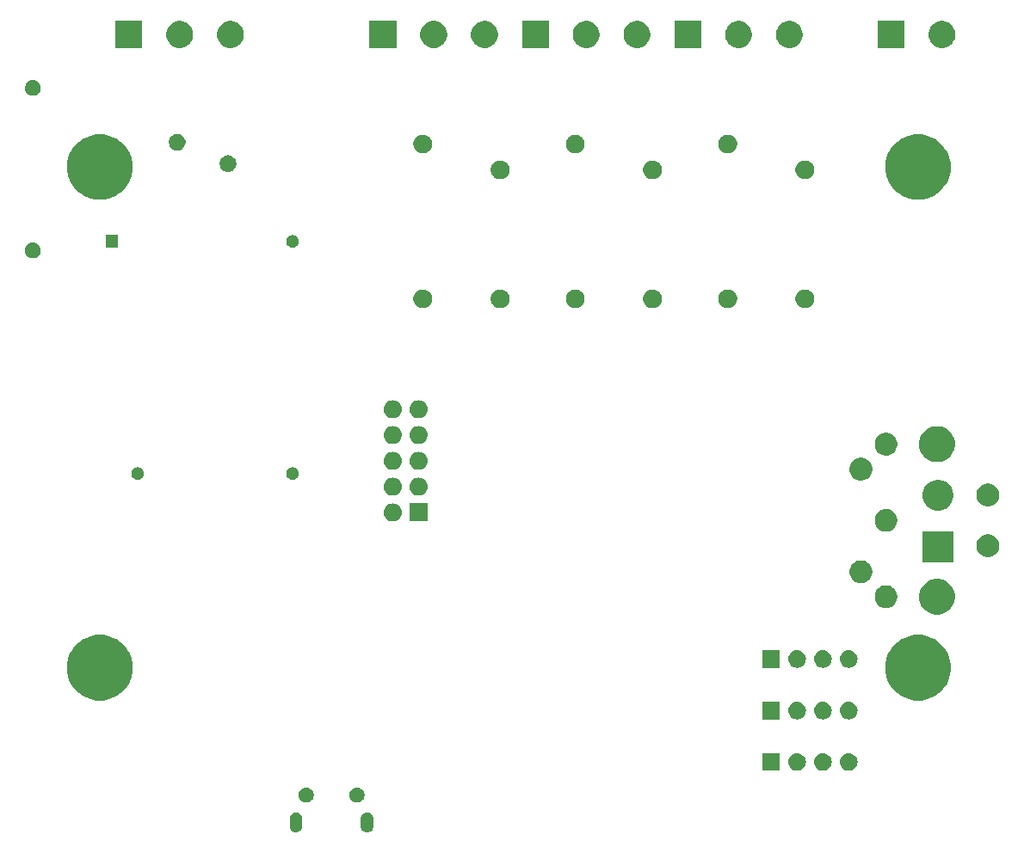
<source format=gbr>
G04 #@! TF.GenerationSoftware,KiCad,Pcbnew,(5.1.4)-1*
G04 #@! TF.CreationDate,2019-12-18T10:15:03+01:00*
G04 #@! TF.ProjectId,StudiokiController,53747564-696f-46b6-9943-6f6e74726f6c,rev?*
G04 #@! TF.SameCoordinates,Original*
G04 #@! TF.FileFunction,Soldermask,Bot*
G04 #@! TF.FilePolarity,Negative*
%FSLAX46Y46*%
G04 Gerber Fmt 4.6, Leading zero omitted, Abs format (unit mm)*
G04 Created by KiCad (PCBNEW (5.1.4)-1) date 2019-12-18 10:15:03*
%MOMM*%
%LPD*%
G04 APERTURE LIST*
%ADD10C,0.100000*%
G04 APERTURE END LIST*
D10*
G36*
X206196539Y-129951471D02*
G01*
X206313413Y-129986924D01*
X206421119Y-130044494D01*
X206515527Y-130121973D01*
X206593006Y-130216381D01*
X206650576Y-130324087D01*
X206686029Y-130440961D01*
X206695000Y-130532046D01*
X206695000Y-131292954D01*
X206686029Y-131384039D01*
X206650576Y-131500913D01*
X206596497Y-131602087D01*
X206593005Y-131608620D01*
X206515527Y-131703027D01*
X206438048Y-131766612D01*
X206421118Y-131780506D01*
X206313412Y-131838076D01*
X206196538Y-131873529D01*
X206075000Y-131885500D01*
X205953461Y-131873529D01*
X205836587Y-131838076D01*
X205728882Y-131780506D01*
X205728880Y-131780505D01*
X205634473Y-131703027D01*
X205556995Y-131608619D01*
X205556994Y-131608618D01*
X205499424Y-131500912D01*
X205463971Y-131384038D01*
X205455000Y-131292953D01*
X205455000Y-130532046D01*
X205463971Y-130440961D01*
X205499425Y-130324087D01*
X205556995Y-130216381D01*
X205634474Y-130121973D01*
X205728882Y-130044494D01*
X205836588Y-129986924D01*
X205953462Y-129951471D01*
X206075000Y-129939500D01*
X206196539Y-129951471D01*
X206196539Y-129951471D01*
G37*
G36*
X213196538Y-129951471D02*
G01*
X213313412Y-129986924D01*
X213421118Y-130044494D01*
X213421120Y-130044495D01*
X213421119Y-130044495D01*
X213515527Y-130121973D01*
X213593005Y-130216380D01*
X213593006Y-130216382D01*
X213650576Y-130324087D01*
X213686029Y-130440961D01*
X213695000Y-130532046D01*
X213695000Y-131292954D01*
X213686029Y-131384039D01*
X213650576Y-131500913D01*
X213593006Y-131608619D01*
X213515527Y-131703027D01*
X213421119Y-131780506D01*
X213313413Y-131838076D01*
X213196539Y-131873529D01*
X213075000Y-131885500D01*
X212953462Y-131873529D01*
X212836588Y-131838076D01*
X212728882Y-131780506D01*
X212634474Y-131703027D01*
X212556995Y-131608619D01*
X212499425Y-131500913D01*
X212463971Y-131384039D01*
X212455000Y-131292954D01*
X212455000Y-130532047D01*
X212463971Y-130440962D01*
X212499424Y-130324088D01*
X212556994Y-130216382D01*
X212570888Y-130199452D01*
X212634473Y-130121973D01*
X212728880Y-130044495D01*
X212735413Y-130041003D01*
X212836587Y-129986924D01*
X212953461Y-129951471D01*
X213075000Y-129939500D01*
X213196538Y-129951471D01*
X213196538Y-129951471D01*
G37*
G36*
X207220342Y-127481815D02*
G01*
X207292310Y-127496130D01*
X207348469Y-127519392D01*
X207427890Y-127552289D01*
X207427891Y-127552290D01*
X207549909Y-127633819D01*
X207653681Y-127737591D01*
X207718949Y-127835272D01*
X207735211Y-127859610D01*
X207791370Y-127995191D01*
X207820000Y-128139124D01*
X207820000Y-128285876D01*
X207791370Y-128429809D01*
X207735211Y-128565390D01*
X207735210Y-128565391D01*
X207653681Y-128687409D01*
X207549909Y-128791181D01*
X207452228Y-128856449D01*
X207427890Y-128872711D01*
X207348469Y-128905608D01*
X207292310Y-128928870D01*
X207148376Y-128957500D01*
X207001624Y-128957500D01*
X206857690Y-128928870D01*
X206801531Y-128905608D01*
X206722110Y-128872711D01*
X206697772Y-128856449D01*
X206600091Y-128791181D01*
X206496319Y-128687409D01*
X206414790Y-128565391D01*
X206414789Y-128565390D01*
X206358630Y-128429809D01*
X206330000Y-128285876D01*
X206330000Y-128139124D01*
X206358630Y-127995191D01*
X206414789Y-127859610D01*
X206431051Y-127835272D01*
X206496319Y-127737591D01*
X206600091Y-127633819D01*
X206722109Y-127552290D01*
X206722110Y-127552289D01*
X206801531Y-127519392D01*
X206857690Y-127496130D01*
X206929658Y-127481815D01*
X207001624Y-127467500D01*
X207148376Y-127467500D01*
X207220342Y-127481815D01*
X207220342Y-127481815D01*
G37*
G36*
X212220342Y-127481815D02*
G01*
X212292310Y-127496130D01*
X212348469Y-127519392D01*
X212427890Y-127552289D01*
X212427891Y-127552290D01*
X212549909Y-127633819D01*
X212653681Y-127737591D01*
X212718949Y-127835272D01*
X212735211Y-127859610D01*
X212791370Y-127995191D01*
X212820000Y-128139124D01*
X212820000Y-128285876D01*
X212791370Y-128429809D01*
X212735211Y-128565390D01*
X212735210Y-128565391D01*
X212653681Y-128687409D01*
X212549909Y-128791181D01*
X212452228Y-128856449D01*
X212427890Y-128872711D01*
X212348469Y-128905608D01*
X212292310Y-128928870D01*
X212148376Y-128957500D01*
X212001624Y-128957500D01*
X211857690Y-128928870D01*
X211801531Y-128905608D01*
X211722110Y-128872711D01*
X211697772Y-128856449D01*
X211600091Y-128791181D01*
X211496319Y-128687409D01*
X211414790Y-128565391D01*
X211414789Y-128565390D01*
X211358630Y-128429809D01*
X211330000Y-128285876D01*
X211330000Y-128139124D01*
X211358630Y-127995191D01*
X211414789Y-127859610D01*
X211431051Y-127835272D01*
X211496319Y-127737591D01*
X211600091Y-127633819D01*
X211722109Y-127552290D01*
X211722110Y-127552289D01*
X211801531Y-127519392D01*
X211857690Y-127496130D01*
X211929658Y-127481815D01*
X212001624Y-127467500D01*
X212148376Y-127467500D01*
X212220342Y-127481815D01*
X212220342Y-127481815D01*
G37*
G36*
X255542548Y-124118787D02*
G01*
X255706546Y-124168536D01*
X255857683Y-124249320D01*
X255990159Y-124358041D01*
X256098880Y-124490517D01*
X256179664Y-124641654D01*
X256229413Y-124805652D01*
X256246210Y-124976200D01*
X256229413Y-125146748D01*
X256179664Y-125310746D01*
X256098880Y-125461883D01*
X255990159Y-125594359D01*
X255857683Y-125703080D01*
X255706546Y-125783864D01*
X255542548Y-125833613D01*
X255414743Y-125846200D01*
X255329257Y-125846200D01*
X255201452Y-125833613D01*
X255037454Y-125783864D01*
X254886317Y-125703080D01*
X254753841Y-125594359D01*
X254645120Y-125461883D01*
X254564336Y-125310746D01*
X254514587Y-125146748D01*
X254497790Y-124976200D01*
X254514587Y-124805652D01*
X254564336Y-124641654D01*
X254645120Y-124490517D01*
X254753841Y-124358041D01*
X254886317Y-124249320D01*
X255037454Y-124168536D01*
X255201452Y-124118787D01*
X255329257Y-124106200D01*
X255414743Y-124106200D01*
X255542548Y-124118787D01*
X255542548Y-124118787D01*
G37*
G36*
X258082548Y-124118787D02*
G01*
X258246546Y-124168536D01*
X258397683Y-124249320D01*
X258530159Y-124358041D01*
X258638880Y-124490517D01*
X258719664Y-124641654D01*
X258769413Y-124805652D01*
X258786210Y-124976200D01*
X258769413Y-125146748D01*
X258719664Y-125310746D01*
X258638880Y-125461883D01*
X258530159Y-125594359D01*
X258397683Y-125703080D01*
X258246546Y-125783864D01*
X258082548Y-125833613D01*
X257954743Y-125846200D01*
X257869257Y-125846200D01*
X257741452Y-125833613D01*
X257577454Y-125783864D01*
X257426317Y-125703080D01*
X257293841Y-125594359D01*
X257185120Y-125461883D01*
X257104336Y-125310746D01*
X257054587Y-125146748D01*
X257037790Y-124976200D01*
X257054587Y-124805652D01*
X257104336Y-124641654D01*
X257185120Y-124490517D01*
X257293841Y-124358041D01*
X257426317Y-124249320D01*
X257577454Y-124168536D01*
X257741452Y-124118787D01*
X257869257Y-124106200D01*
X257954743Y-124106200D01*
X258082548Y-124118787D01*
X258082548Y-124118787D01*
G37*
G36*
X260622548Y-124118787D02*
G01*
X260786546Y-124168536D01*
X260937683Y-124249320D01*
X261070159Y-124358041D01*
X261178880Y-124490517D01*
X261259664Y-124641654D01*
X261309413Y-124805652D01*
X261326210Y-124976200D01*
X261309413Y-125146748D01*
X261259664Y-125310746D01*
X261178880Y-125461883D01*
X261070159Y-125594359D01*
X260937683Y-125703080D01*
X260786546Y-125783864D01*
X260622548Y-125833613D01*
X260494743Y-125846200D01*
X260409257Y-125846200D01*
X260281452Y-125833613D01*
X260117454Y-125783864D01*
X259966317Y-125703080D01*
X259833841Y-125594359D01*
X259725120Y-125461883D01*
X259644336Y-125310746D01*
X259594587Y-125146748D01*
X259577790Y-124976200D01*
X259594587Y-124805652D01*
X259644336Y-124641654D01*
X259725120Y-124490517D01*
X259833841Y-124358041D01*
X259966317Y-124249320D01*
X260117454Y-124168536D01*
X260281452Y-124118787D01*
X260409257Y-124106200D01*
X260494743Y-124106200D01*
X260622548Y-124118787D01*
X260622548Y-124118787D01*
G37*
G36*
X253702000Y-125846200D02*
G01*
X251962000Y-125846200D01*
X251962000Y-124106200D01*
X253702000Y-124106200D01*
X253702000Y-125846200D01*
X253702000Y-125846200D01*
G37*
G36*
X253702000Y-120771200D02*
G01*
X251962000Y-120771200D01*
X251962000Y-119031200D01*
X253702000Y-119031200D01*
X253702000Y-120771200D01*
X253702000Y-120771200D01*
G37*
G36*
X255542548Y-119043787D02*
G01*
X255706546Y-119093536D01*
X255857683Y-119174320D01*
X255990159Y-119283041D01*
X256098880Y-119415517D01*
X256179664Y-119566654D01*
X256229413Y-119730652D01*
X256246210Y-119901200D01*
X256229413Y-120071748D01*
X256179664Y-120235746D01*
X256098880Y-120386883D01*
X255990159Y-120519359D01*
X255857683Y-120628080D01*
X255706546Y-120708864D01*
X255542548Y-120758613D01*
X255414743Y-120771200D01*
X255329257Y-120771200D01*
X255201452Y-120758613D01*
X255037454Y-120708864D01*
X254886317Y-120628080D01*
X254753841Y-120519359D01*
X254645120Y-120386883D01*
X254564336Y-120235746D01*
X254514587Y-120071748D01*
X254497790Y-119901200D01*
X254514587Y-119730652D01*
X254564336Y-119566654D01*
X254645120Y-119415517D01*
X254753841Y-119283041D01*
X254886317Y-119174320D01*
X255037454Y-119093536D01*
X255201452Y-119043787D01*
X255329257Y-119031200D01*
X255414743Y-119031200D01*
X255542548Y-119043787D01*
X255542548Y-119043787D01*
G37*
G36*
X258082548Y-119043787D02*
G01*
X258246546Y-119093536D01*
X258397683Y-119174320D01*
X258530159Y-119283041D01*
X258638880Y-119415517D01*
X258719664Y-119566654D01*
X258769413Y-119730652D01*
X258786210Y-119901200D01*
X258769413Y-120071748D01*
X258719664Y-120235746D01*
X258638880Y-120386883D01*
X258530159Y-120519359D01*
X258397683Y-120628080D01*
X258246546Y-120708864D01*
X258082548Y-120758613D01*
X257954743Y-120771200D01*
X257869257Y-120771200D01*
X257741452Y-120758613D01*
X257577454Y-120708864D01*
X257426317Y-120628080D01*
X257293841Y-120519359D01*
X257185120Y-120386883D01*
X257104336Y-120235746D01*
X257054587Y-120071748D01*
X257037790Y-119901200D01*
X257054587Y-119730652D01*
X257104336Y-119566654D01*
X257185120Y-119415517D01*
X257293841Y-119283041D01*
X257426317Y-119174320D01*
X257577454Y-119093536D01*
X257741452Y-119043787D01*
X257869257Y-119031200D01*
X257954743Y-119031200D01*
X258082548Y-119043787D01*
X258082548Y-119043787D01*
G37*
G36*
X260622548Y-119043787D02*
G01*
X260786546Y-119093536D01*
X260937683Y-119174320D01*
X261070159Y-119283041D01*
X261178880Y-119415517D01*
X261259664Y-119566654D01*
X261309413Y-119730652D01*
X261326210Y-119901200D01*
X261309413Y-120071748D01*
X261259664Y-120235746D01*
X261178880Y-120386883D01*
X261070159Y-120519359D01*
X260937683Y-120628080D01*
X260786546Y-120708864D01*
X260622548Y-120758613D01*
X260494743Y-120771200D01*
X260409257Y-120771200D01*
X260281452Y-120758613D01*
X260117454Y-120708864D01*
X259966317Y-120628080D01*
X259833841Y-120519359D01*
X259725120Y-120386883D01*
X259644336Y-120235746D01*
X259594587Y-120071748D01*
X259577790Y-119901200D01*
X259594587Y-119730652D01*
X259644336Y-119566654D01*
X259725120Y-119415517D01*
X259833841Y-119283041D01*
X259966317Y-119174320D01*
X260117454Y-119093536D01*
X260281452Y-119043787D01*
X260409257Y-119031200D01*
X260494743Y-119031200D01*
X260622548Y-119043787D01*
X260622548Y-119043787D01*
G37*
G36*
X187719239Y-112593742D02*
G01*
X187719241Y-112593743D01*
X187719242Y-112593743D01*
X187890877Y-112664837D01*
X188305242Y-112836472D01*
X188379575Y-112886140D01*
X188832629Y-113188860D01*
X189281139Y-113637370D01*
X189502584Y-113968787D01*
X189633527Y-114164757D01*
X189876257Y-114750760D01*
X190000000Y-115372857D01*
X190000000Y-116007141D01*
X189876257Y-116629238D01*
X189633527Y-117215241D01*
X189633526Y-117215242D01*
X189281139Y-117742628D01*
X188832629Y-118191138D01*
X188495748Y-118416234D01*
X188305242Y-118543526D01*
X187890877Y-118715161D01*
X187719242Y-118786255D01*
X187719241Y-118786255D01*
X187719239Y-118786256D01*
X187097142Y-118909999D01*
X186462858Y-118909999D01*
X185840761Y-118786256D01*
X185840759Y-118786255D01*
X185840758Y-118786255D01*
X185669123Y-118715161D01*
X185254758Y-118543526D01*
X185064252Y-118416234D01*
X184727371Y-118191138D01*
X184278861Y-117742628D01*
X183926474Y-117215242D01*
X183926473Y-117215241D01*
X183683743Y-116629238D01*
X183560000Y-116007141D01*
X183560000Y-115372857D01*
X183683743Y-114750760D01*
X183926473Y-114164757D01*
X184057416Y-113968787D01*
X184278861Y-113637370D01*
X184727371Y-113188860D01*
X185180425Y-112886140D01*
X185254758Y-112836472D01*
X185669123Y-112664837D01*
X185840758Y-112593743D01*
X185840759Y-112593743D01*
X185840761Y-112593742D01*
X186462858Y-112469999D01*
X187097142Y-112469999D01*
X187719239Y-112593742D01*
X187719239Y-112593742D01*
G37*
G36*
X268219238Y-112593742D02*
G01*
X268219240Y-112593743D01*
X268219241Y-112593743D01*
X268390876Y-112664837D01*
X268805241Y-112836472D01*
X268879574Y-112886140D01*
X269332628Y-113188860D01*
X269781138Y-113637370D01*
X270002583Y-113968787D01*
X270133526Y-114164757D01*
X270376256Y-114750760D01*
X270499999Y-115372857D01*
X270499999Y-116007141D01*
X270376256Y-116629238D01*
X270133526Y-117215241D01*
X270133525Y-117215242D01*
X269781138Y-117742628D01*
X269332628Y-118191138D01*
X268995747Y-118416234D01*
X268805241Y-118543526D01*
X268390876Y-118715162D01*
X268219241Y-118786255D01*
X268219240Y-118786255D01*
X268219238Y-118786256D01*
X267597141Y-118909999D01*
X266962857Y-118909999D01*
X266340760Y-118786256D01*
X266340758Y-118786255D01*
X266340757Y-118786255D01*
X266169122Y-118715161D01*
X265754757Y-118543526D01*
X265564251Y-118416234D01*
X265227370Y-118191138D01*
X264778860Y-117742628D01*
X264426473Y-117215242D01*
X264426472Y-117215241D01*
X264183742Y-116629238D01*
X264059999Y-116007141D01*
X264059999Y-115372857D01*
X264183742Y-114750760D01*
X264426472Y-114164757D01*
X264557415Y-113968787D01*
X264778860Y-113637370D01*
X265227370Y-113188860D01*
X265680424Y-112886140D01*
X265754757Y-112836472D01*
X266169122Y-112664836D01*
X266340757Y-112593743D01*
X266340758Y-112593743D01*
X266340760Y-112593742D01*
X266962857Y-112469999D01*
X267597141Y-112469999D01*
X268219238Y-112593742D01*
X268219238Y-112593742D01*
G37*
G36*
X260622548Y-113968787D02*
G01*
X260786546Y-114018536D01*
X260937683Y-114099320D01*
X261070159Y-114208041D01*
X261178880Y-114340517D01*
X261259664Y-114491654D01*
X261309413Y-114655652D01*
X261326210Y-114826200D01*
X261309413Y-114996748D01*
X261259664Y-115160746D01*
X261178880Y-115311883D01*
X261070159Y-115444359D01*
X260937683Y-115553080D01*
X260786546Y-115633864D01*
X260622548Y-115683613D01*
X260494743Y-115696200D01*
X260409257Y-115696200D01*
X260281452Y-115683613D01*
X260117454Y-115633864D01*
X259966317Y-115553080D01*
X259833841Y-115444359D01*
X259725120Y-115311883D01*
X259644336Y-115160746D01*
X259594587Y-114996748D01*
X259577790Y-114826200D01*
X259594587Y-114655652D01*
X259644336Y-114491654D01*
X259725120Y-114340517D01*
X259833841Y-114208041D01*
X259966317Y-114099320D01*
X260117454Y-114018536D01*
X260281452Y-113968787D01*
X260409257Y-113956200D01*
X260494743Y-113956200D01*
X260622548Y-113968787D01*
X260622548Y-113968787D01*
G37*
G36*
X253702000Y-115696200D02*
G01*
X251962000Y-115696200D01*
X251962000Y-113956200D01*
X253702000Y-113956200D01*
X253702000Y-115696200D01*
X253702000Y-115696200D01*
G37*
G36*
X255542548Y-113968787D02*
G01*
X255706546Y-114018536D01*
X255857683Y-114099320D01*
X255990159Y-114208041D01*
X256098880Y-114340517D01*
X256179664Y-114491654D01*
X256229413Y-114655652D01*
X256246210Y-114826200D01*
X256229413Y-114996748D01*
X256179664Y-115160746D01*
X256098880Y-115311883D01*
X255990159Y-115444359D01*
X255857683Y-115553080D01*
X255706546Y-115633864D01*
X255542548Y-115683613D01*
X255414743Y-115696200D01*
X255329257Y-115696200D01*
X255201452Y-115683613D01*
X255037454Y-115633864D01*
X254886317Y-115553080D01*
X254753841Y-115444359D01*
X254645120Y-115311883D01*
X254564336Y-115160746D01*
X254514587Y-114996748D01*
X254497790Y-114826200D01*
X254514587Y-114655652D01*
X254564336Y-114491654D01*
X254645120Y-114340517D01*
X254753841Y-114208041D01*
X254886317Y-114099320D01*
X255037454Y-114018536D01*
X255201452Y-113968787D01*
X255329257Y-113956200D01*
X255414743Y-113956200D01*
X255542548Y-113968787D01*
X255542548Y-113968787D01*
G37*
G36*
X258082548Y-113968787D02*
G01*
X258246546Y-114018536D01*
X258397683Y-114099320D01*
X258530159Y-114208041D01*
X258638880Y-114340517D01*
X258719664Y-114491654D01*
X258769413Y-114655652D01*
X258786210Y-114826200D01*
X258769413Y-114996748D01*
X258719664Y-115160746D01*
X258638880Y-115311883D01*
X258530159Y-115444359D01*
X258397683Y-115553080D01*
X258246546Y-115633864D01*
X258082548Y-115683613D01*
X257954743Y-115696200D01*
X257869257Y-115696200D01*
X257741452Y-115683613D01*
X257577454Y-115633864D01*
X257426317Y-115553080D01*
X257293841Y-115444359D01*
X257185120Y-115311883D01*
X257104336Y-115160746D01*
X257054587Y-114996748D01*
X257037790Y-114826200D01*
X257054587Y-114655652D01*
X257104336Y-114491654D01*
X257185120Y-114340517D01*
X257293841Y-114208041D01*
X257426317Y-114099320D01*
X257577454Y-114018536D01*
X257741452Y-113968787D01*
X257869257Y-113956200D01*
X257954743Y-113956200D01*
X258082548Y-113968787D01*
X258082548Y-113968787D01*
G37*
G36*
X269666290Y-106988020D02*
G01*
X269666292Y-106988021D01*
X269666293Y-106988021D01*
X269988409Y-107121446D01*
X270147176Y-107227531D01*
X270273532Y-107311959D01*
X270278310Y-107315152D01*
X270524848Y-107561690D01*
X270718554Y-107851591D01*
X270846086Y-108159480D01*
X270851980Y-108173710D01*
X270920000Y-108515670D01*
X270920000Y-108864330D01*
X270889693Y-109016695D01*
X270851979Y-109206293D01*
X270718554Y-109528409D01*
X270524848Y-109818310D01*
X270278310Y-110064848D01*
X269988409Y-110258554D01*
X269666293Y-110391979D01*
X269666292Y-110391979D01*
X269666290Y-110391980D01*
X269324330Y-110460000D01*
X268975670Y-110460000D01*
X268633710Y-110391980D01*
X268633708Y-110391979D01*
X268633707Y-110391979D01*
X268311591Y-110258554D01*
X268021690Y-110064848D01*
X267775152Y-109818310D01*
X267581446Y-109528409D01*
X267448021Y-109206293D01*
X267410308Y-109016695D01*
X267380000Y-108864330D01*
X267380000Y-108515670D01*
X267448020Y-108173710D01*
X267453914Y-108159480D01*
X267581446Y-107851591D01*
X267775152Y-107561690D01*
X268021690Y-107315152D01*
X268026469Y-107311959D01*
X268152824Y-107227531D01*
X268311591Y-107121446D01*
X268633707Y-106988021D01*
X268633708Y-106988021D01*
X268633710Y-106988020D01*
X268975670Y-106920000D01*
X269324330Y-106920000D01*
X269666290Y-106988020D01*
X269666290Y-106988020D01*
G37*
G36*
X264466692Y-107613041D02*
G01*
X264466694Y-107613042D01*
X264466695Y-107613042D01*
X264526394Y-107637770D01*
X264670519Y-107697469D01*
X264853958Y-107820039D01*
X265009961Y-107976042D01*
X265132531Y-108159481D01*
X265216959Y-108363308D01*
X265260000Y-108579690D01*
X265260000Y-108800310D01*
X265216959Y-109016692D01*
X265132531Y-109220519D01*
X265009961Y-109403958D01*
X264853958Y-109559961D01*
X264670519Y-109682531D01*
X264526394Y-109742229D01*
X264466695Y-109766958D01*
X264466694Y-109766958D01*
X264466692Y-109766959D01*
X264250310Y-109810000D01*
X264029690Y-109810000D01*
X263813308Y-109766959D01*
X263813306Y-109766958D01*
X263813305Y-109766958D01*
X263753606Y-109742229D01*
X263609481Y-109682531D01*
X263426042Y-109559961D01*
X263270039Y-109403958D01*
X263147469Y-109220519D01*
X263063041Y-109016692D01*
X263020000Y-108800310D01*
X263020000Y-108579690D01*
X263063041Y-108363308D01*
X263147469Y-108159481D01*
X263270039Y-107976042D01*
X263426042Y-107820039D01*
X263609481Y-107697469D01*
X263753606Y-107637770D01*
X263813305Y-107613042D01*
X263813306Y-107613042D01*
X263813308Y-107613041D01*
X264029690Y-107570000D01*
X264250310Y-107570000D01*
X264466692Y-107613041D01*
X264466692Y-107613041D01*
G37*
G36*
X261976692Y-105158041D02*
G01*
X261976694Y-105158042D01*
X261976695Y-105158042D01*
X262036394Y-105182770D01*
X262180519Y-105242469D01*
X262363958Y-105365039D01*
X262519961Y-105521042D01*
X262642531Y-105704481D01*
X262726959Y-105908308D01*
X262770000Y-106124690D01*
X262770000Y-106345310D01*
X262726959Y-106561692D01*
X262642531Y-106765519D01*
X262642530Y-106765520D01*
X262519962Y-106948957D01*
X262363957Y-107104962D01*
X262339285Y-107121447D01*
X262180519Y-107227531D01*
X262036394Y-107287230D01*
X261976695Y-107311958D01*
X261976694Y-107311958D01*
X261976692Y-107311959D01*
X261760310Y-107355000D01*
X261539690Y-107355000D01*
X261323308Y-107311959D01*
X261323306Y-107311958D01*
X261323305Y-107311958D01*
X261263606Y-107287229D01*
X261119481Y-107227531D01*
X260960715Y-107121447D01*
X260936043Y-107104962D01*
X260780038Y-106948957D01*
X260657470Y-106765520D01*
X260657469Y-106765519D01*
X260573041Y-106561692D01*
X260530000Y-106345310D01*
X260530000Y-106124690D01*
X260573041Y-105908308D01*
X260657469Y-105704481D01*
X260780039Y-105521042D01*
X260936042Y-105365039D01*
X261119481Y-105242469D01*
X261263606Y-105182771D01*
X261323305Y-105158042D01*
X261323306Y-105158042D01*
X261323308Y-105158041D01*
X261539690Y-105115000D01*
X261760310Y-105115000D01*
X261976692Y-105158041D01*
X261976692Y-105158041D01*
G37*
G36*
X270775400Y-105295800D02*
G01*
X267735400Y-105295800D01*
X267735400Y-102255800D01*
X270775400Y-102255800D01*
X270775400Y-105295800D01*
X270775400Y-105295800D01*
G37*
G36*
X274476692Y-102608041D02*
G01*
X274476694Y-102608042D01*
X274476695Y-102608042D01*
X274536394Y-102632771D01*
X274680519Y-102692469D01*
X274863958Y-102815039D01*
X275019961Y-102971042D01*
X275142531Y-103154481D01*
X275226959Y-103358308D01*
X275270000Y-103574690D01*
X275270000Y-103795310D01*
X275226959Y-104011692D01*
X275142531Y-104215519D01*
X275019961Y-104398958D01*
X274863958Y-104554961D01*
X274680519Y-104677531D01*
X274536394Y-104737229D01*
X274476695Y-104761958D01*
X274476694Y-104761958D01*
X274476692Y-104761959D01*
X274260310Y-104805000D01*
X274039690Y-104805000D01*
X273823308Y-104761959D01*
X273823306Y-104761958D01*
X273823305Y-104761958D01*
X273763606Y-104737229D01*
X273619481Y-104677531D01*
X273436042Y-104554961D01*
X273280039Y-104398958D01*
X273157469Y-104215519D01*
X273073041Y-104011692D01*
X273030000Y-103795310D01*
X273030000Y-103574690D01*
X273073041Y-103358308D01*
X273157469Y-103154481D01*
X273280039Y-102971042D01*
X273436042Y-102815039D01*
X273619481Y-102692469D01*
X273763606Y-102632771D01*
X273823305Y-102608042D01*
X273823306Y-102608042D01*
X273823308Y-102608041D01*
X274039690Y-102565000D01*
X274260310Y-102565000D01*
X274476692Y-102608041D01*
X274476692Y-102608041D01*
G37*
G36*
X264466692Y-100108041D02*
G01*
X264466694Y-100108042D01*
X264466695Y-100108042D01*
X264526394Y-100132770D01*
X264670519Y-100192469D01*
X264853958Y-100315039D01*
X265009961Y-100471042D01*
X265132531Y-100654481D01*
X265216959Y-100858308D01*
X265260000Y-101074690D01*
X265260000Y-101295310D01*
X265216959Y-101511692D01*
X265132531Y-101715519D01*
X265009961Y-101898958D01*
X264853958Y-102054961D01*
X264670519Y-102177531D01*
X264526394Y-102237229D01*
X264466695Y-102261958D01*
X264466694Y-102261958D01*
X264466692Y-102261959D01*
X264250310Y-102305000D01*
X264029690Y-102305000D01*
X263813308Y-102261959D01*
X263813306Y-102261958D01*
X263813305Y-102261958D01*
X263753606Y-102237230D01*
X263609481Y-102177531D01*
X263426042Y-102054961D01*
X263270039Y-101898958D01*
X263147469Y-101715519D01*
X263063041Y-101511692D01*
X263020000Y-101295310D01*
X263020000Y-101074690D01*
X263063041Y-100858308D01*
X263147469Y-100654481D01*
X263270039Y-100471042D01*
X263426042Y-100315039D01*
X263609481Y-100192469D01*
X263753606Y-100132770D01*
X263813305Y-100108042D01*
X263813306Y-100108042D01*
X263813308Y-100108041D01*
X264029690Y-100065000D01*
X264250310Y-100065000D01*
X264466692Y-100108041D01*
X264466692Y-100108041D01*
G37*
G36*
X215718627Y-99519032D02*
G01*
X215755716Y-99522685D01*
X215862116Y-99554961D01*
X215922276Y-99573210D01*
X216075776Y-99655258D01*
X216210323Y-99765677D01*
X216320742Y-99900224D01*
X216402790Y-100053724D01*
X216402790Y-100053725D01*
X216453315Y-100220284D01*
X216453315Y-100220286D01*
X216470376Y-100393500D01*
X216462738Y-100471042D01*
X216453315Y-100566716D01*
X216426692Y-100654480D01*
X216402790Y-100733276D01*
X216320742Y-100886776D01*
X216210323Y-101021323D01*
X216075776Y-101131742D01*
X215922276Y-101213790D01*
X215866755Y-101230632D01*
X215755716Y-101264315D01*
X215718627Y-101267968D01*
X215625911Y-101277100D01*
X215539089Y-101277100D01*
X215446373Y-101267968D01*
X215409284Y-101264315D01*
X215298245Y-101230632D01*
X215242724Y-101213790D01*
X215089224Y-101131742D01*
X214954677Y-101021323D01*
X214844258Y-100886776D01*
X214762210Y-100733276D01*
X214738308Y-100654480D01*
X214711685Y-100566716D01*
X214702262Y-100471042D01*
X214694624Y-100393500D01*
X214711685Y-100220286D01*
X214711685Y-100220284D01*
X214762210Y-100053725D01*
X214762210Y-100053724D01*
X214844258Y-99900224D01*
X214954677Y-99765677D01*
X215089224Y-99655258D01*
X215242724Y-99573210D01*
X215302884Y-99554961D01*
X215409284Y-99522685D01*
X215446373Y-99519032D01*
X215539089Y-99509900D01*
X215625911Y-99509900D01*
X215718627Y-99519032D01*
X215718627Y-99519032D01*
G37*
G36*
X219006100Y-101277100D02*
G01*
X217238900Y-101277100D01*
X217238900Y-99509900D01*
X219006100Y-99509900D01*
X219006100Y-101277100D01*
X219006100Y-101277100D01*
G37*
G36*
X269698768Y-97234212D02*
G01*
X269975390Y-97348793D01*
X270224344Y-97515139D01*
X270436061Y-97726856D01*
X270602407Y-97975810D01*
X270716988Y-98252432D01*
X270775400Y-98546093D01*
X270775400Y-98845507D01*
X270716988Y-99139168D01*
X270602407Y-99415790D01*
X270436061Y-99664744D01*
X270224344Y-99876461D01*
X269975390Y-100042807D01*
X269698768Y-100157388D01*
X269405107Y-100215800D01*
X269105693Y-100215800D01*
X268812032Y-100157388D01*
X268535410Y-100042807D01*
X268286456Y-99876461D01*
X268074739Y-99664744D01*
X267908393Y-99415790D01*
X267793812Y-99139168D01*
X267735400Y-98845507D01*
X267735400Y-98546093D01*
X267793812Y-98252432D01*
X267908393Y-97975810D01*
X268074739Y-97726856D01*
X268286456Y-97515139D01*
X268535410Y-97348793D01*
X268812032Y-97234212D01*
X269105693Y-97175800D01*
X269405107Y-97175800D01*
X269698768Y-97234212D01*
X269698768Y-97234212D01*
G37*
G36*
X274476692Y-97608041D02*
G01*
X274476694Y-97608042D01*
X274476695Y-97608042D01*
X274536394Y-97632771D01*
X274680519Y-97692469D01*
X274680520Y-97692470D01*
X274863957Y-97815038D01*
X275019962Y-97971043D01*
X275023147Y-97975810D01*
X275142531Y-98154481D01*
X275226959Y-98358308D01*
X275270000Y-98574690D01*
X275270000Y-98795310D01*
X275226959Y-99011692D01*
X275142531Y-99215519D01*
X275142530Y-99215520D01*
X275019962Y-99398957D01*
X274863957Y-99554962D01*
X274772238Y-99616246D01*
X274680519Y-99677531D01*
X274536394Y-99737229D01*
X274476695Y-99761958D01*
X274476694Y-99761958D01*
X274476692Y-99761959D01*
X274260310Y-99805000D01*
X274039690Y-99805000D01*
X273823308Y-99761959D01*
X273823306Y-99761958D01*
X273823305Y-99761958D01*
X273763606Y-99737229D01*
X273619481Y-99677531D01*
X273527762Y-99616246D01*
X273436043Y-99554962D01*
X273280038Y-99398957D01*
X273157470Y-99215520D01*
X273157469Y-99215519D01*
X273073041Y-99011692D01*
X273030000Y-98795310D01*
X273030000Y-98574690D01*
X273073041Y-98358308D01*
X273157469Y-98154481D01*
X273276853Y-97975810D01*
X273280038Y-97971043D01*
X273436043Y-97815038D01*
X273619480Y-97692470D01*
X273619481Y-97692469D01*
X273763606Y-97632771D01*
X273823305Y-97608042D01*
X273823306Y-97608042D01*
X273823308Y-97608041D01*
X274039690Y-97565000D01*
X274260310Y-97565000D01*
X274476692Y-97608041D01*
X274476692Y-97608041D01*
G37*
G36*
X215718627Y-96979032D02*
G01*
X215755716Y-96982685D01*
X215866755Y-97016368D01*
X215922276Y-97033210D01*
X216075776Y-97115258D01*
X216210323Y-97225677D01*
X216320742Y-97360224D01*
X216402790Y-97513724D01*
X216402790Y-97513725D01*
X216453315Y-97680284D01*
X216453315Y-97680286D01*
X216470376Y-97853500D01*
X216458798Y-97971043D01*
X216453315Y-98026716D01*
X216419632Y-98137755D01*
X216402790Y-98193276D01*
X216320742Y-98346776D01*
X216210323Y-98481323D01*
X216075776Y-98591742D01*
X215922276Y-98673790D01*
X215866755Y-98690632D01*
X215755716Y-98724315D01*
X215718627Y-98727968D01*
X215625911Y-98737100D01*
X215539089Y-98737100D01*
X215446373Y-98727968D01*
X215409284Y-98724315D01*
X215298245Y-98690632D01*
X215242724Y-98673790D01*
X215089224Y-98591742D01*
X214954677Y-98481323D01*
X214844258Y-98346776D01*
X214762210Y-98193276D01*
X214745368Y-98137755D01*
X214711685Y-98026716D01*
X214706202Y-97971043D01*
X214694624Y-97853500D01*
X214711685Y-97680286D01*
X214711685Y-97680284D01*
X214762210Y-97513725D01*
X214762210Y-97513724D01*
X214844258Y-97360224D01*
X214954677Y-97225677D01*
X215089224Y-97115258D01*
X215242724Y-97033210D01*
X215298245Y-97016368D01*
X215409284Y-96982685D01*
X215446373Y-96979032D01*
X215539089Y-96969900D01*
X215625911Y-96969900D01*
X215718627Y-96979032D01*
X215718627Y-96979032D01*
G37*
G36*
X218258627Y-96979032D02*
G01*
X218295716Y-96982685D01*
X218406755Y-97016368D01*
X218462276Y-97033210D01*
X218615776Y-97115258D01*
X218750323Y-97225677D01*
X218860742Y-97360224D01*
X218942790Y-97513724D01*
X218942790Y-97513725D01*
X218993315Y-97680284D01*
X218993315Y-97680286D01*
X219010376Y-97853500D01*
X218998798Y-97971043D01*
X218993315Y-98026716D01*
X218959632Y-98137755D01*
X218942790Y-98193276D01*
X218860742Y-98346776D01*
X218750323Y-98481323D01*
X218615776Y-98591742D01*
X218462276Y-98673790D01*
X218406755Y-98690632D01*
X218295716Y-98724315D01*
X218258627Y-98727968D01*
X218165911Y-98737100D01*
X218079089Y-98737100D01*
X217986373Y-98727968D01*
X217949284Y-98724315D01*
X217838245Y-98690632D01*
X217782724Y-98673790D01*
X217629224Y-98591742D01*
X217494677Y-98481323D01*
X217384258Y-98346776D01*
X217302210Y-98193276D01*
X217285368Y-98137755D01*
X217251685Y-98026716D01*
X217246202Y-97971043D01*
X217234624Y-97853500D01*
X217251685Y-97680286D01*
X217251685Y-97680284D01*
X217302210Y-97513725D01*
X217302210Y-97513724D01*
X217384258Y-97360224D01*
X217494677Y-97225677D01*
X217629224Y-97115258D01*
X217782724Y-97033210D01*
X217838245Y-97016368D01*
X217949284Y-96982685D01*
X217986373Y-96979032D01*
X218079089Y-96969900D01*
X218165911Y-96969900D01*
X218258627Y-96979032D01*
X218258627Y-96979032D01*
G37*
G36*
X261976692Y-95058041D02*
G01*
X261976694Y-95058042D01*
X261976695Y-95058042D01*
X262036394Y-95082770D01*
X262180519Y-95142469D01*
X262180520Y-95142470D01*
X262339287Y-95248554D01*
X262363958Y-95265039D01*
X262519961Y-95421042D01*
X262642531Y-95604481D01*
X262702230Y-95748606D01*
X262726325Y-95806776D01*
X262726959Y-95808308D01*
X262770000Y-96024690D01*
X262770000Y-96245310D01*
X262743378Y-96379150D01*
X262726958Y-96461695D01*
X262711532Y-96498937D01*
X262642531Y-96665519D01*
X262642530Y-96665520D01*
X262519962Y-96848957D01*
X262363957Y-97004962D01*
X262272238Y-97066246D01*
X262180519Y-97127531D01*
X262063987Y-97175800D01*
X261976695Y-97211958D01*
X261976694Y-97211958D01*
X261976692Y-97211959D01*
X261760310Y-97255000D01*
X261539690Y-97255000D01*
X261323308Y-97211959D01*
X261323306Y-97211958D01*
X261323305Y-97211958D01*
X261236013Y-97175800D01*
X261119481Y-97127531D01*
X261027762Y-97066246D01*
X260936043Y-97004962D01*
X260780038Y-96848957D01*
X260657470Y-96665520D01*
X260657469Y-96665519D01*
X260588468Y-96498937D01*
X260573042Y-96461695D01*
X260556623Y-96379150D01*
X260530000Y-96245310D01*
X260530000Y-96024690D01*
X260573041Y-95808308D01*
X260573676Y-95806776D01*
X260597770Y-95748606D01*
X260657469Y-95604481D01*
X260780039Y-95421042D01*
X260936042Y-95265039D01*
X260960714Y-95248554D01*
X261119480Y-95142470D01*
X261119481Y-95142469D01*
X261263606Y-95082771D01*
X261323305Y-95058042D01*
X261323306Y-95058042D01*
X261323308Y-95058041D01*
X261539690Y-95015000D01*
X261760310Y-95015000D01*
X261976692Y-95058041D01*
X261976692Y-95058041D01*
G37*
G36*
X205920847Y-95963826D02*
G01*
X205920849Y-95963827D01*
X205920850Y-95963827D01*
X206033682Y-96010564D01*
X206135226Y-96078413D01*
X206221587Y-96164774D01*
X206275398Y-96245308D01*
X206289437Y-96266320D01*
X206336174Y-96379153D01*
X206360000Y-96498935D01*
X206360000Y-96621065D01*
X206351158Y-96665519D01*
X206336173Y-96740850D01*
X206289436Y-96853682D01*
X206221587Y-96955226D01*
X206135226Y-97041587D01*
X206033682Y-97109436D01*
X205920850Y-97156173D01*
X205920849Y-97156173D01*
X205920847Y-97156174D01*
X205801065Y-97180000D01*
X205678935Y-97180000D01*
X205559153Y-97156174D01*
X205559151Y-97156173D01*
X205559150Y-97156173D01*
X205446318Y-97109436D01*
X205344774Y-97041587D01*
X205258413Y-96955226D01*
X205190564Y-96853682D01*
X205143827Y-96740850D01*
X205128843Y-96665519D01*
X205120000Y-96621065D01*
X205120000Y-96498935D01*
X205143826Y-96379153D01*
X205190563Y-96266320D01*
X205204603Y-96245308D01*
X205258413Y-96164774D01*
X205344774Y-96078413D01*
X205446318Y-96010564D01*
X205559150Y-95963827D01*
X205559151Y-95963827D01*
X205559153Y-95963826D01*
X205678935Y-95940000D01*
X205801065Y-95940000D01*
X205920847Y-95963826D01*
X205920847Y-95963826D01*
G37*
G36*
X190680847Y-95963826D02*
G01*
X190680849Y-95963827D01*
X190680850Y-95963827D01*
X190793682Y-96010564D01*
X190895226Y-96078413D01*
X190981587Y-96164774D01*
X191035398Y-96245308D01*
X191049437Y-96266320D01*
X191096174Y-96379153D01*
X191120000Y-96498935D01*
X191120000Y-96621065D01*
X191111158Y-96665519D01*
X191096173Y-96740850D01*
X191049436Y-96853682D01*
X190981587Y-96955226D01*
X190895226Y-97041587D01*
X190793682Y-97109436D01*
X190680850Y-97156173D01*
X190680849Y-97156173D01*
X190680847Y-97156174D01*
X190561065Y-97180000D01*
X190438935Y-97180000D01*
X190319153Y-97156174D01*
X190319151Y-97156173D01*
X190319150Y-97156173D01*
X190206318Y-97109436D01*
X190104774Y-97041587D01*
X190018413Y-96955226D01*
X189950564Y-96853682D01*
X189903827Y-96740850D01*
X189888843Y-96665519D01*
X189880000Y-96621065D01*
X189880000Y-96498935D01*
X189903826Y-96379153D01*
X189950563Y-96266320D01*
X189964603Y-96245308D01*
X190018413Y-96164774D01*
X190104774Y-96078413D01*
X190206318Y-96010564D01*
X190319150Y-95963827D01*
X190319151Y-95963827D01*
X190319153Y-95963826D01*
X190438935Y-95940000D01*
X190561065Y-95940000D01*
X190680847Y-95963826D01*
X190680847Y-95963826D01*
G37*
G36*
X218258627Y-94439032D02*
G01*
X218295716Y-94442685D01*
X218406755Y-94476368D01*
X218462276Y-94493210D01*
X218615776Y-94575258D01*
X218750323Y-94685677D01*
X218860742Y-94820224D01*
X218942790Y-94973724D01*
X218942790Y-94973725D01*
X218993315Y-95140284D01*
X218993315Y-95140286D01*
X219010376Y-95313500D01*
X218999783Y-95421042D01*
X218993315Y-95486716D01*
X218959632Y-95597755D01*
X218942790Y-95653276D01*
X218860742Y-95806776D01*
X218750323Y-95941323D01*
X218615776Y-96051742D01*
X218462276Y-96133790D01*
X218406755Y-96150632D01*
X218295716Y-96184315D01*
X218258627Y-96187968D01*
X218165911Y-96197100D01*
X218079089Y-96197100D01*
X217986373Y-96187968D01*
X217949284Y-96184315D01*
X217838245Y-96150632D01*
X217782724Y-96133790D01*
X217629224Y-96051742D01*
X217494677Y-95941323D01*
X217384258Y-95806776D01*
X217302210Y-95653276D01*
X217285368Y-95597755D01*
X217251685Y-95486716D01*
X217245217Y-95421042D01*
X217234624Y-95313500D01*
X217251685Y-95140286D01*
X217251685Y-95140284D01*
X217302210Y-94973725D01*
X217302210Y-94973724D01*
X217384258Y-94820224D01*
X217494677Y-94685677D01*
X217629224Y-94575258D01*
X217782724Y-94493210D01*
X217838245Y-94476368D01*
X217949284Y-94442685D01*
X217986373Y-94439032D01*
X218079089Y-94429900D01*
X218165911Y-94429900D01*
X218258627Y-94439032D01*
X218258627Y-94439032D01*
G37*
G36*
X215718627Y-94439032D02*
G01*
X215755716Y-94442685D01*
X215866755Y-94476368D01*
X215922276Y-94493210D01*
X216075776Y-94575258D01*
X216210323Y-94685677D01*
X216320742Y-94820224D01*
X216402790Y-94973724D01*
X216402790Y-94973725D01*
X216453315Y-95140284D01*
X216453315Y-95140286D01*
X216470376Y-95313500D01*
X216459783Y-95421042D01*
X216453315Y-95486716D01*
X216419632Y-95597755D01*
X216402790Y-95653276D01*
X216320742Y-95806776D01*
X216210323Y-95941323D01*
X216075776Y-96051742D01*
X215922276Y-96133790D01*
X215866755Y-96150632D01*
X215755716Y-96184315D01*
X215718627Y-96187968D01*
X215625911Y-96197100D01*
X215539089Y-96197100D01*
X215446373Y-96187968D01*
X215409284Y-96184315D01*
X215298245Y-96150632D01*
X215242724Y-96133790D01*
X215089224Y-96051742D01*
X214954677Y-95941323D01*
X214844258Y-95806776D01*
X214762210Y-95653276D01*
X214745368Y-95597755D01*
X214711685Y-95486716D01*
X214705217Y-95421042D01*
X214694624Y-95313500D01*
X214711685Y-95140286D01*
X214711685Y-95140284D01*
X214762210Y-94973725D01*
X214762210Y-94973724D01*
X214844258Y-94820224D01*
X214954677Y-94685677D01*
X215089224Y-94575258D01*
X215242724Y-94493210D01*
X215298245Y-94476368D01*
X215409284Y-94442685D01*
X215446373Y-94439032D01*
X215539089Y-94429900D01*
X215625911Y-94429900D01*
X215718627Y-94439032D01*
X215718627Y-94439032D01*
G37*
G36*
X269666290Y-91978020D02*
G01*
X269666292Y-91978021D01*
X269666293Y-91978021D01*
X269988409Y-92111446D01*
X270278310Y-92305152D01*
X270524848Y-92551690D01*
X270718554Y-92841591D01*
X270846086Y-93149480D01*
X270851980Y-93163710D01*
X270920000Y-93505670D01*
X270920000Y-93854330D01*
X270889693Y-94006695D01*
X270851979Y-94196293D01*
X270718554Y-94518409D01*
X270606789Y-94685677D01*
X270524849Y-94808309D01*
X270278309Y-95054849D01*
X270273530Y-95058042D01*
X269988409Y-95248554D01*
X269666293Y-95381979D01*
X269666292Y-95381979D01*
X269666290Y-95381980D01*
X269324330Y-95450000D01*
X268975670Y-95450000D01*
X268633710Y-95381980D01*
X268633708Y-95381979D01*
X268633707Y-95381979D01*
X268311591Y-95248554D01*
X268026470Y-95058042D01*
X268021691Y-95054849D01*
X267775151Y-94808309D01*
X267693211Y-94685677D01*
X267581446Y-94518409D01*
X267448021Y-94196293D01*
X267410308Y-94006695D01*
X267380000Y-93854330D01*
X267380000Y-93505670D01*
X267448020Y-93163710D01*
X267453914Y-93149480D01*
X267581446Y-92841591D01*
X267775152Y-92551690D01*
X268021690Y-92305152D01*
X268311591Y-92111446D01*
X268633707Y-91978021D01*
X268633708Y-91978021D01*
X268633710Y-91978020D01*
X268975670Y-91910000D01*
X269324330Y-91910000D01*
X269666290Y-91978020D01*
X269666290Y-91978020D01*
G37*
G36*
X264466692Y-92603041D02*
G01*
X264466694Y-92603042D01*
X264466695Y-92603042D01*
X264526394Y-92627770D01*
X264670519Y-92687469D01*
X264853958Y-92810039D01*
X265009961Y-92966042D01*
X265132531Y-93149481D01*
X265216959Y-93353308D01*
X265260000Y-93569690D01*
X265260000Y-93790310D01*
X265216959Y-94006692D01*
X265132531Y-94210519D01*
X265132530Y-94210520D01*
X265009962Y-94393957D01*
X264853957Y-94549962D01*
X264816097Y-94575259D01*
X264670519Y-94672531D01*
X264526394Y-94732229D01*
X264466695Y-94756958D01*
X264466694Y-94756958D01*
X264466692Y-94756959D01*
X264250310Y-94800000D01*
X264029690Y-94800000D01*
X263813308Y-94756959D01*
X263813306Y-94756958D01*
X263813305Y-94756958D01*
X263753606Y-94732229D01*
X263609481Y-94672531D01*
X263463903Y-94575259D01*
X263426043Y-94549962D01*
X263270038Y-94393957D01*
X263147470Y-94210520D01*
X263147469Y-94210519D01*
X263063041Y-94006692D01*
X263020000Y-93790310D01*
X263020000Y-93569690D01*
X263063041Y-93353308D01*
X263147469Y-93149481D01*
X263270039Y-92966042D01*
X263426042Y-92810039D01*
X263609481Y-92687469D01*
X263753606Y-92627771D01*
X263813305Y-92603042D01*
X263813306Y-92603042D01*
X263813308Y-92603041D01*
X264029690Y-92560000D01*
X264250310Y-92560000D01*
X264466692Y-92603041D01*
X264466692Y-92603041D01*
G37*
G36*
X215718627Y-91899032D02*
G01*
X215755716Y-91902685D01*
X215866755Y-91936368D01*
X215922276Y-91953210D01*
X216075776Y-92035258D01*
X216210323Y-92145677D01*
X216320742Y-92280224D01*
X216402790Y-92433724D01*
X216402790Y-92433725D01*
X216453315Y-92600284D01*
X216456123Y-92628791D01*
X216470376Y-92773500D01*
X216463669Y-92841591D01*
X216453315Y-92946716D01*
X216447452Y-92966043D01*
X216402790Y-93113276D01*
X216320742Y-93266776D01*
X216210323Y-93401323D01*
X216075776Y-93511742D01*
X215922276Y-93593790D01*
X215866755Y-93610632D01*
X215755716Y-93644315D01*
X215718627Y-93647968D01*
X215625911Y-93657100D01*
X215539089Y-93657100D01*
X215446373Y-93647968D01*
X215409284Y-93644315D01*
X215298245Y-93610632D01*
X215242724Y-93593790D01*
X215089224Y-93511742D01*
X214954677Y-93401323D01*
X214844258Y-93266776D01*
X214762210Y-93113276D01*
X214717548Y-92966043D01*
X214711685Y-92946716D01*
X214701331Y-92841591D01*
X214694624Y-92773500D01*
X214708877Y-92628791D01*
X214711685Y-92600284D01*
X214762210Y-92433725D01*
X214762210Y-92433724D01*
X214844258Y-92280224D01*
X214954677Y-92145677D01*
X215089224Y-92035258D01*
X215242724Y-91953210D01*
X215298245Y-91936368D01*
X215409284Y-91902685D01*
X215446373Y-91899032D01*
X215539089Y-91889900D01*
X215625911Y-91889900D01*
X215718627Y-91899032D01*
X215718627Y-91899032D01*
G37*
G36*
X218258627Y-91899032D02*
G01*
X218295716Y-91902685D01*
X218406755Y-91936368D01*
X218462276Y-91953210D01*
X218615776Y-92035258D01*
X218750323Y-92145677D01*
X218860742Y-92280224D01*
X218942790Y-92433724D01*
X218942790Y-92433725D01*
X218993315Y-92600284D01*
X218996123Y-92628791D01*
X219010376Y-92773500D01*
X219003669Y-92841591D01*
X218993315Y-92946716D01*
X218987452Y-92966043D01*
X218942790Y-93113276D01*
X218860742Y-93266776D01*
X218750323Y-93401323D01*
X218615776Y-93511742D01*
X218462276Y-93593790D01*
X218406755Y-93610632D01*
X218295716Y-93644315D01*
X218258627Y-93647968D01*
X218165911Y-93657100D01*
X218079089Y-93657100D01*
X217986373Y-93647968D01*
X217949284Y-93644315D01*
X217838245Y-93610632D01*
X217782724Y-93593790D01*
X217629224Y-93511742D01*
X217494677Y-93401323D01*
X217384258Y-93266776D01*
X217302210Y-93113276D01*
X217257548Y-92966043D01*
X217251685Y-92946716D01*
X217241331Y-92841591D01*
X217234624Y-92773500D01*
X217248877Y-92628791D01*
X217251685Y-92600284D01*
X217302210Y-92433725D01*
X217302210Y-92433724D01*
X217384258Y-92280224D01*
X217494677Y-92145677D01*
X217629224Y-92035258D01*
X217782724Y-91953210D01*
X217838245Y-91936368D01*
X217949284Y-91902685D01*
X217986373Y-91899032D01*
X218079089Y-91889900D01*
X218165911Y-91889900D01*
X218258627Y-91899032D01*
X218258627Y-91899032D01*
G37*
G36*
X215718627Y-89359032D02*
G01*
X215755716Y-89362685D01*
X215866755Y-89396368D01*
X215922276Y-89413210D01*
X216075776Y-89495258D01*
X216210323Y-89605677D01*
X216320742Y-89740224D01*
X216402790Y-89893724D01*
X216402790Y-89893725D01*
X216453315Y-90060284D01*
X216453315Y-90060286D01*
X216470376Y-90233500D01*
X216456123Y-90378209D01*
X216453315Y-90406716D01*
X216419632Y-90517755D01*
X216402790Y-90573276D01*
X216320742Y-90726776D01*
X216210323Y-90861323D01*
X216075776Y-90971742D01*
X215922276Y-91053790D01*
X215866755Y-91070632D01*
X215755716Y-91104315D01*
X215718627Y-91107968D01*
X215625911Y-91117100D01*
X215539089Y-91117100D01*
X215446373Y-91107968D01*
X215409284Y-91104315D01*
X215298245Y-91070632D01*
X215242724Y-91053790D01*
X215089224Y-90971742D01*
X214954677Y-90861323D01*
X214844258Y-90726776D01*
X214762210Y-90573276D01*
X214745368Y-90517755D01*
X214711685Y-90406716D01*
X214708877Y-90378209D01*
X214694624Y-90233500D01*
X214711685Y-90060286D01*
X214711685Y-90060284D01*
X214762210Y-89893725D01*
X214762210Y-89893724D01*
X214844258Y-89740224D01*
X214954677Y-89605677D01*
X215089224Y-89495258D01*
X215242724Y-89413210D01*
X215298245Y-89396368D01*
X215409284Y-89362685D01*
X215446373Y-89359032D01*
X215539089Y-89349900D01*
X215625911Y-89349900D01*
X215718627Y-89359032D01*
X215718627Y-89359032D01*
G37*
G36*
X218258627Y-89359032D02*
G01*
X218295716Y-89362685D01*
X218406755Y-89396368D01*
X218462276Y-89413210D01*
X218615776Y-89495258D01*
X218750323Y-89605677D01*
X218860742Y-89740224D01*
X218942790Y-89893724D01*
X218942790Y-89893725D01*
X218993315Y-90060284D01*
X218993315Y-90060286D01*
X219010376Y-90233500D01*
X218996123Y-90378209D01*
X218993315Y-90406716D01*
X218959632Y-90517755D01*
X218942790Y-90573276D01*
X218860742Y-90726776D01*
X218750323Y-90861323D01*
X218615776Y-90971742D01*
X218462276Y-91053790D01*
X218406755Y-91070632D01*
X218295716Y-91104315D01*
X218258627Y-91107968D01*
X218165911Y-91117100D01*
X218079089Y-91117100D01*
X217986373Y-91107968D01*
X217949284Y-91104315D01*
X217838245Y-91070632D01*
X217782724Y-91053790D01*
X217629224Y-90971742D01*
X217494677Y-90861323D01*
X217384258Y-90726776D01*
X217302210Y-90573276D01*
X217285368Y-90517755D01*
X217251685Y-90406716D01*
X217248877Y-90378209D01*
X217234624Y-90233500D01*
X217251685Y-90060286D01*
X217251685Y-90060284D01*
X217302210Y-89893725D01*
X217302210Y-89893724D01*
X217384258Y-89740224D01*
X217494677Y-89605677D01*
X217629224Y-89495258D01*
X217782724Y-89413210D01*
X217838245Y-89396368D01*
X217949284Y-89362685D01*
X217986373Y-89359032D01*
X218079089Y-89349900D01*
X218165911Y-89349900D01*
X218258627Y-89359032D01*
X218258627Y-89359032D01*
G37*
G36*
X218820650Y-78471717D02*
G01*
X218820652Y-78471718D01*
X218820653Y-78471718D01*
X218869783Y-78492068D01*
X218988389Y-78541197D01*
X218988390Y-78541198D01*
X219139348Y-78642064D01*
X219267733Y-78770449D01*
X219334977Y-78871088D01*
X219368600Y-78921408D01*
X219438080Y-79089147D01*
X219473500Y-79267217D01*
X219473500Y-79448777D01*
X219438080Y-79626847D01*
X219368600Y-79794586D01*
X219368599Y-79794587D01*
X219267733Y-79945545D01*
X219139348Y-80073930D01*
X219038709Y-80141174D01*
X218988389Y-80174797D01*
X218869783Y-80223925D01*
X218820653Y-80244276D01*
X218820652Y-80244276D01*
X218820650Y-80244277D01*
X218642580Y-80279697D01*
X218461020Y-80279697D01*
X218282950Y-80244277D01*
X218282948Y-80244276D01*
X218282947Y-80244276D01*
X218233817Y-80223925D01*
X218115211Y-80174797D01*
X218064891Y-80141174D01*
X217964252Y-80073930D01*
X217835867Y-79945545D01*
X217735001Y-79794587D01*
X217735000Y-79794586D01*
X217665520Y-79626847D01*
X217630100Y-79448777D01*
X217630100Y-79267217D01*
X217665520Y-79089147D01*
X217735000Y-78921408D01*
X217768623Y-78871088D01*
X217835867Y-78770449D01*
X217964252Y-78642064D01*
X218115210Y-78541198D01*
X218115211Y-78541197D01*
X218233817Y-78492068D01*
X218282947Y-78471718D01*
X218282948Y-78471718D01*
X218282950Y-78471717D01*
X218461020Y-78436297D01*
X218642580Y-78436297D01*
X218820650Y-78471717D01*
X218820650Y-78471717D01*
G37*
G36*
X226420650Y-78471717D02*
G01*
X226420652Y-78471718D01*
X226420653Y-78471718D01*
X226469783Y-78492068D01*
X226588389Y-78541197D01*
X226588390Y-78541198D01*
X226739348Y-78642064D01*
X226867733Y-78770449D01*
X226934977Y-78871088D01*
X226968600Y-78921408D01*
X227038080Y-79089147D01*
X227073500Y-79267217D01*
X227073500Y-79448777D01*
X227038080Y-79626847D01*
X226968600Y-79794586D01*
X226968599Y-79794587D01*
X226867733Y-79945545D01*
X226739348Y-80073930D01*
X226638709Y-80141174D01*
X226588389Y-80174797D01*
X226469783Y-80223925D01*
X226420653Y-80244276D01*
X226420652Y-80244276D01*
X226420650Y-80244277D01*
X226242580Y-80279697D01*
X226061020Y-80279697D01*
X225882950Y-80244277D01*
X225882948Y-80244276D01*
X225882947Y-80244276D01*
X225833817Y-80223925D01*
X225715211Y-80174797D01*
X225664891Y-80141174D01*
X225564252Y-80073930D01*
X225435867Y-79945545D01*
X225335001Y-79794587D01*
X225335000Y-79794586D01*
X225265520Y-79626847D01*
X225230100Y-79448777D01*
X225230100Y-79267217D01*
X225265520Y-79089147D01*
X225335000Y-78921408D01*
X225368623Y-78871088D01*
X225435867Y-78770449D01*
X225564252Y-78642064D01*
X225715210Y-78541198D01*
X225715211Y-78541197D01*
X225833817Y-78492068D01*
X225882947Y-78471718D01*
X225882948Y-78471718D01*
X225882950Y-78471717D01*
X226061020Y-78436297D01*
X226242580Y-78436297D01*
X226420650Y-78471717D01*
X226420650Y-78471717D01*
G37*
G36*
X233820649Y-78471717D02*
G01*
X233820651Y-78471718D01*
X233820652Y-78471718D01*
X233869782Y-78492068D01*
X233988388Y-78541197D01*
X233988389Y-78541198D01*
X234139347Y-78642064D01*
X234267732Y-78770449D01*
X234334976Y-78871088D01*
X234368599Y-78921408D01*
X234438079Y-79089147D01*
X234473499Y-79267217D01*
X234473499Y-79448777D01*
X234438079Y-79626847D01*
X234368599Y-79794586D01*
X234368598Y-79794587D01*
X234267732Y-79945545D01*
X234139347Y-80073930D01*
X234038708Y-80141174D01*
X233988388Y-80174797D01*
X233869782Y-80223925D01*
X233820652Y-80244276D01*
X233820651Y-80244276D01*
X233820649Y-80244277D01*
X233642579Y-80279697D01*
X233461019Y-80279697D01*
X233282949Y-80244277D01*
X233282947Y-80244276D01*
X233282946Y-80244276D01*
X233233816Y-80223925D01*
X233115210Y-80174797D01*
X233064890Y-80141174D01*
X232964251Y-80073930D01*
X232835866Y-79945545D01*
X232735000Y-79794587D01*
X232734999Y-79794586D01*
X232665519Y-79626847D01*
X232630099Y-79448777D01*
X232630099Y-79267217D01*
X232665519Y-79089147D01*
X232734999Y-78921408D01*
X232768622Y-78871088D01*
X232835866Y-78770449D01*
X232964251Y-78642064D01*
X233115209Y-78541198D01*
X233115210Y-78541197D01*
X233233816Y-78492068D01*
X233282946Y-78471718D01*
X233282947Y-78471718D01*
X233282949Y-78471717D01*
X233461019Y-78436297D01*
X233642579Y-78436297D01*
X233820649Y-78471717D01*
X233820649Y-78471717D01*
G37*
G36*
X241420649Y-78471717D02*
G01*
X241420651Y-78471718D01*
X241420652Y-78471718D01*
X241469782Y-78492068D01*
X241588388Y-78541197D01*
X241588389Y-78541198D01*
X241739347Y-78642064D01*
X241867732Y-78770449D01*
X241934976Y-78871088D01*
X241968599Y-78921408D01*
X242038079Y-79089147D01*
X242073499Y-79267217D01*
X242073499Y-79448777D01*
X242038079Y-79626847D01*
X241968599Y-79794586D01*
X241968598Y-79794587D01*
X241867732Y-79945545D01*
X241739347Y-80073930D01*
X241638708Y-80141174D01*
X241588388Y-80174797D01*
X241469782Y-80223925D01*
X241420652Y-80244276D01*
X241420651Y-80244276D01*
X241420649Y-80244277D01*
X241242579Y-80279697D01*
X241061019Y-80279697D01*
X240882949Y-80244277D01*
X240882947Y-80244276D01*
X240882946Y-80244276D01*
X240833816Y-80223925D01*
X240715210Y-80174797D01*
X240664890Y-80141174D01*
X240564251Y-80073930D01*
X240435866Y-79945545D01*
X240335000Y-79794587D01*
X240334999Y-79794586D01*
X240265519Y-79626847D01*
X240230099Y-79448777D01*
X240230099Y-79267217D01*
X240265519Y-79089147D01*
X240334999Y-78921408D01*
X240368622Y-78871088D01*
X240435866Y-78770449D01*
X240564251Y-78642064D01*
X240715209Y-78541198D01*
X240715210Y-78541197D01*
X240833816Y-78492068D01*
X240882946Y-78471718D01*
X240882947Y-78471718D01*
X240882949Y-78471717D01*
X241061019Y-78436297D01*
X241242579Y-78436297D01*
X241420649Y-78471717D01*
X241420649Y-78471717D01*
G37*
G36*
X248820649Y-78471717D02*
G01*
X248820651Y-78471718D01*
X248820652Y-78471718D01*
X248869782Y-78492068D01*
X248988388Y-78541197D01*
X248988389Y-78541198D01*
X249139347Y-78642064D01*
X249267732Y-78770449D01*
X249334976Y-78871088D01*
X249368599Y-78921408D01*
X249438079Y-79089147D01*
X249473499Y-79267217D01*
X249473499Y-79448777D01*
X249438079Y-79626847D01*
X249368599Y-79794586D01*
X249368598Y-79794587D01*
X249267732Y-79945545D01*
X249139347Y-80073930D01*
X249038708Y-80141174D01*
X248988388Y-80174797D01*
X248869782Y-80223925D01*
X248820652Y-80244276D01*
X248820651Y-80244276D01*
X248820649Y-80244277D01*
X248642579Y-80279697D01*
X248461019Y-80279697D01*
X248282949Y-80244277D01*
X248282947Y-80244276D01*
X248282946Y-80244276D01*
X248233816Y-80223925D01*
X248115210Y-80174797D01*
X248064890Y-80141174D01*
X247964251Y-80073930D01*
X247835866Y-79945545D01*
X247735000Y-79794587D01*
X247734999Y-79794586D01*
X247665519Y-79626847D01*
X247630099Y-79448777D01*
X247630099Y-79267217D01*
X247665519Y-79089147D01*
X247734999Y-78921408D01*
X247768622Y-78871088D01*
X247835866Y-78770449D01*
X247964251Y-78642064D01*
X248115209Y-78541198D01*
X248115210Y-78541197D01*
X248233816Y-78492068D01*
X248282946Y-78471718D01*
X248282947Y-78471718D01*
X248282949Y-78471717D01*
X248461019Y-78436297D01*
X248642579Y-78436297D01*
X248820649Y-78471717D01*
X248820649Y-78471717D01*
G37*
G36*
X256420649Y-78471717D02*
G01*
X256420651Y-78471718D01*
X256420652Y-78471718D01*
X256469782Y-78492068D01*
X256588388Y-78541197D01*
X256588389Y-78541198D01*
X256739347Y-78642064D01*
X256867732Y-78770449D01*
X256934976Y-78871088D01*
X256968599Y-78921408D01*
X257038079Y-79089147D01*
X257073499Y-79267217D01*
X257073499Y-79448777D01*
X257038079Y-79626847D01*
X256968599Y-79794586D01*
X256968598Y-79794587D01*
X256867732Y-79945545D01*
X256739347Y-80073930D01*
X256638708Y-80141174D01*
X256588388Y-80174797D01*
X256469782Y-80223925D01*
X256420652Y-80244276D01*
X256420651Y-80244276D01*
X256420649Y-80244277D01*
X256242579Y-80279697D01*
X256061019Y-80279697D01*
X255882949Y-80244277D01*
X255882947Y-80244276D01*
X255882946Y-80244276D01*
X255833816Y-80223925D01*
X255715210Y-80174797D01*
X255664890Y-80141174D01*
X255564251Y-80073930D01*
X255435866Y-79945545D01*
X255335000Y-79794587D01*
X255334999Y-79794586D01*
X255265519Y-79626847D01*
X255230099Y-79448777D01*
X255230099Y-79267217D01*
X255265519Y-79089147D01*
X255334999Y-78921408D01*
X255368622Y-78871088D01*
X255435866Y-78770449D01*
X255564251Y-78642064D01*
X255715209Y-78541198D01*
X255715210Y-78541197D01*
X255833816Y-78492068D01*
X255882946Y-78471718D01*
X255882947Y-78471718D01*
X255882949Y-78471717D01*
X256061019Y-78436297D01*
X256242579Y-78436297D01*
X256420649Y-78471717D01*
X256420649Y-78471717D01*
G37*
G36*
X180314980Y-73826817D02*
G01*
X180415703Y-73846852D01*
X180497773Y-73880847D01*
X180558016Y-73905800D01*
X180558017Y-73905801D01*
X180686095Y-73991379D01*
X180795021Y-74100305D01*
X180849331Y-74181587D01*
X180880600Y-74228384D01*
X180889320Y-74249436D01*
X180939548Y-74370697D01*
X180969600Y-74521781D01*
X180969600Y-74675819D01*
X180939548Y-74826903D01*
X180905017Y-74910268D01*
X180880600Y-74969216D01*
X180880599Y-74969217D01*
X180795021Y-75097295D01*
X180686095Y-75206221D01*
X180583563Y-75274730D01*
X180558016Y-75291800D01*
X180499068Y-75316217D01*
X180415703Y-75350748D01*
X180314980Y-75370783D01*
X180264620Y-75380800D01*
X180110580Y-75380800D01*
X180060220Y-75370783D01*
X179959497Y-75350748D01*
X179876132Y-75316217D01*
X179817184Y-75291800D01*
X179791637Y-75274730D01*
X179689105Y-75206221D01*
X179580179Y-75097295D01*
X179494601Y-74969217D01*
X179494600Y-74969216D01*
X179470183Y-74910268D01*
X179435652Y-74826903D01*
X179405600Y-74675819D01*
X179405600Y-74521781D01*
X179435652Y-74370697D01*
X179485880Y-74249436D01*
X179494600Y-74228384D01*
X179525869Y-74181587D01*
X179580179Y-74100305D01*
X179689105Y-73991379D01*
X179817183Y-73905801D01*
X179817184Y-73905800D01*
X179877427Y-73880847D01*
X179959497Y-73846852D01*
X180060220Y-73826817D01*
X180110580Y-73816800D01*
X180264620Y-73816800D01*
X180314980Y-73826817D01*
X180314980Y-73826817D01*
G37*
G36*
X205920847Y-73103826D02*
G01*
X205920849Y-73103827D01*
X205920850Y-73103827D01*
X206033682Y-73150564D01*
X206135226Y-73218413D01*
X206221586Y-73304773D01*
X206289437Y-73406320D01*
X206336174Y-73519153D01*
X206360000Y-73638935D01*
X206360000Y-73761065D01*
X206348914Y-73816800D01*
X206336173Y-73880850D01*
X206289436Y-73993682D01*
X206221587Y-74095226D01*
X206135226Y-74181587D01*
X206033682Y-74249436D01*
X205920850Y-74296173D01*
X205920849Y-74296173D01*
X205920847Y-74296174D01*
X205801065Y-74320000D01*
X205678935Y-74320000D01*
X205559153Y-74296174D01*
X205559151Y-74296173D01*
X205559150Y-74296173D01*
X205446318Y-74249436D01*
X205344774Y-74181587D01*
X205258413Y-74095226D01*
X205190564Y-73993682D01*
X205143827Y-73880850D01*
X205131087Y-73816800D01*
X205120000Y-73761065D01*
X205120000Y-73638935D01*
X205143826Y-73519153D01*
X205190563Y-73406320D01*
X205258414Y-73304773D01*
X205344774Y-73218413D01*
X205446318Y-73150564D01*
X205559150Y-73103827D01*
X205559151Y-73103827D01*
X205559153Y-73103826D01*
X205678935Y-73080000D01*
X205801065Y-73080000D01*
X205920847Y-73103826D01*
X205920847Y-73103826D01*
G37*
G36*
X188580000Y-74320000D02*
G01*
X187340000Y-74320000D01*
X187340000Y-73080000D01*
X188580000Y-73080000D01*
X188580000Y-74320000D01*
X188580000Y-74320000D01*
G37*
G36*
X187719239Y-63293743D02*
G01*
X187719241Y-63293744D01*
X187719242Y-63293744D01*
X187741740Y-63303063D01*
X188305242Y-63536473D01*
X188379575Y-63586141D01*
X188832629Y-63888861D01*
X189281139Y-64337371D01*
X189542474Y-64728488D01*
X189633527Y-64864758D01*
X189876257Y-65450761D01*
X190000000Y-66072858D01*
X190000000Y-66707142D01*
X189892905Y-67245545D01*
X189876256Y-67329242D01*
X189815965Y-67474796D01*
X189633527Y-67915242D01*
X189633526Y-67915243D01*
X189281139Y-68442629D01*
X188832629Y-68891139D01*
X188495748Y-69116235D01*
X188305242Y-69243527D01*
X187890877Y-69415163D01*
X187719242Y-69486256D01*
X187719241Y-69486256D01*
X187719239Y-69486257D01*
X187097142Y-69610000D01*
X186462858Y-69610000D01*
X185840761Y-69486257D01*
X185840759Y-69486256D01*
X185840758Y-69486256D01*
X185669123Y-69415163D01*
X185254758Y-69243527D01*
X185064252Y-69116235D01*
X184727371Y-68891139D01*
X184278861Y-68442629D01*
X183926474Y-67915243D01*
X183926473Y-67915242D01*
X183744035Y-67474796D01*
X183683744Y-67329242D01*
X183667096Y-67245545D01*
X183560000Y-66707142D01*
X183560000Y-66072858D01*
X183683743Y-65450761D01*
X183926473Y-64864758D01*
X184017526Y-64728488D01*
X184278861Y-64337371D01*
X184727371Y-63888861D01*
X185180425Y-63586141D01*
X185254758Y-63536473D01*
X185818260Y-63303063D01*
X185840758Y-63293744D01*
X185840759Y-63293744D01*
X185840761Y-63293743D01*
X186462858Y-63170000D01*
X187097142Y-63170000D01*
X187719239Y-63293743D01*
X187719239Y-63293743D01*
G37*
G36*
X268219238Y-63293743D02*
G01*
X268219240Y-63293744D01*
X268219241Y-63293744D01*
X268241739Y-63303063D01*
X268805241Y-63536473D01*
X268879574Y-63586141D01*
X269332628Y-63888861D01*
X269781138Y-64337371D01*
X270042473Y-64728488D01*
X270133526Y-64864758D01*
X270376256Y-65450761D01*
X270499999Y-66072858D01*
X270499999Y-66707142D01*
X270392904Y-67245545D01*
X270376255Y-67329242D01*
X270315964Y-67474796D01*
X270133526Y-67915242D01*
X270133525Y-67915243D01*
X269781138Y-68442629D01*
X269332628Y-68891139D01*
X268995747Y-69116235D01*
X268805241Y-69243527D01*
X268390876Y-69415163D01*
X268219241Y-69486256D01*
X268219240Y-69486256D01*
X268219238Y-69486257D01*
X267597141Y-69610000D01*
X266962857Y-69610000D01*
X266340760Y-69486257D01*
X266340758Y-69486256D01*
X266340757Y-69486256D01*
X266169122Y-69415163D01*
X265754757Y-69243527D01*
X265564251Y-69116235D01*
X265227370Y-68891139D01*
X264778860Y-68442629D01*
X264426473Y-67915243D01*
X264426472Y-67915242D01*
X264244034Y-67474796D01*
X264183743Y-67329242D01*
X264167095Y-67245545D01*
X264059999Y-66707142D01*
X264059999Y-66072858D01*
X264183742Y-65450761D01*
X264426472Y-64864758D01*
X264517525Y-64728488D01*
X264778860Y-64337371D01*
X265227370Y-63888861D01*
X265680424Y-63586141D01*
X265754757Y-63536473D01*
X266318259Y-63303063D01*
X266340757Y-63293744D01*
X266340758Y-63293744D01*
X266340760Y-63293743D01*
X266962857Y-63170000D01*
X267597141Y-63170000D01*
X268219238Y-63293743D01*
X268219238Y-63293743D01*
G37*
G36*
X256420649Y-65771717D02*
G01*
X256420651Y-65771718D01*
X256420652Y-65771718D01*
X256469782Y-65792068D01*
X256588388Y-65841197D01*
X256588389Y-65841198D01*
X256739347Y-65942064D01*
X256867732Y-66070449D01*
X256934976Y-66171088D01*
X256968599Y-66221408D01*
X257038079Y-66389147D01*
X257073499Y-66567217D01*
X257073499Y-66748777D01*
X257038079Y-66926847D01*
X256968599Y-67094586D01*
X256968598Y-67094587D01*
X256867732Y-67245545D01*
X256739347Y-67373930D01*
X256638708Y-67441174D01*
X256588388Y-67474797D01*
X256469782Y-67523926D01*
X256420652Y-67544276D01*
X256420651Y-67544276D01*
X256420649Y-67544277D01*
X256242579Y-67579697D01*
X256061019Y-67579697D01*
X255882949Y-67544277D01*
X255882947Y-67544276D01*
X255882946Y-67544276D01*
X255833816Y-67523926D01*
X255715210Y-67474797D01*
X255664890Y-67441174D01*
X255564251Y-67373930D01*
X255435866Y-67245545D01*
X255335000Y-67094587D01*
X255334999Y-67094586D01*
X255265519Y-66926847D01*
X255230099Y-66748777D01*
X255230099Y-66567217D01*
X255265519Y-66389147D01*
X255334999Y-66221408D01*
X255368622Y-66171088D01*
X255435866Y-66070449D01*
X255564251Y-65942064D01*
X255715209Y-65841198D01*
X255715210Y-65841197D01*
X255833816Y-65792068D01*
X255882946Y-65771718D01*
X255882947Y-65771718D01*
X255882949Y-65771717D01*
X256061019Y-65736297D01*
X256242579Y-65736297D01*
X256420649Y-65771717D01*
X256420649Y-65771717D01*
G37*
G36*
X241420649Y-65771717D02*
G01*
X241420651Y-65771718D01*
X241420652Y-65771718D01*
X241469782Y-65792068D01*
X241588388Y-65841197D01*
X241588389Y-65841198D01*
X241739347Y-65942064D01*
X241867732Y-66070449D01*
X241934976Y-66171088D01*
X241968599Y-66221408D01*
X242038079Y-66389147D01*
X242073499Y-66567217D01*
X242073499Y-66748777D01*
X242038079Y-66926847D01*
X241968599Y-67094586D01*
X241968598Y-67094587D01*
X241867732Y-67245545D01*
X241739347Y-67373930D01*
X241638708Y-67441174D01*
X241588388Y-67474797D01*
X241469782Y-67523926D01*
X241420652Y-67544276D01*
X241420651Y-67544276D01*
X241420649Y-67544277D01*
X241242579Y-67579697D01*
X241061019Y-67579697D01*
X240882949Y-67544277D01*
X240882947Y-67544276D01*
X240882946Y-67544276D01*
X240833816Y-67523926D01*
X240715210Y-67474797D01*
X240664890Y-67441174D01*
X240564251Y-67373930D01*
X240435866Y-67245545D01*
X240335000Y-67094587D01*
X240334999Y-67094586D01*
X240265519Y-66926847D01*
X240230099Y-66748777D01*
X240230099Y-66567217D01*
X240265519Y-66389147D01*
X240334999Y-66221408D01*
X240368622Y-66171088D01*
X240435866Y-66070449D01*
X240564251Y-65942064D01*
X240715209Y-65841198D01*
X240715210Y-65841197D01*
X240833816Y-65792068D01*
X240882946Y-65771718D01*
X240882947Y-65771718D01*
X240882949Y-65771717D01*
X241061019Y-65736297D01*
X241242579Y-65736297D01*
X241420649Y-65771717D01*
X241420649Y-65771717D01*
G37*
G36*
X226420650Y-65771717D02*
G01*
X226420652Y-65771718D01*
X226420653Y-65771718D01*
X226469783Y-65792068D01*
X226588389Y-65841197D01*
X226588390Y-65841198D01*
X226739348Y-65942064D01*
X226867733Y-66070449D01*
X226934977Y-66171088D01*
X226968600Y-66221408D01*
X227038080Y-66389147D01*
X227073500Y-66567217D01*
X227073500Y-66748777D01*
X227038080Y-66926847D01*
X226968600Y-67094586D01*
X226968599Y-67094587D01*
X226867733Y-67245545D01*
X226739348Y-67373930D01*
X226638709Y-67441174D01*
X226588389Y-67474797D01*
X226469783Y-67523926D01*
X226420653Y-67544276D01*
X226420652Y-67544276D01*
X226420650Y-67544277D01*
X226242580Y-67579697D01*
X226061020Y-67579697D01*
X225882950Y-67544277D01*
X225882948Y-67544276D01*
X225882947Y-67544276D01*
X225833817Y-67523926D01*
X225715211Y-67474797D01*
X225664891Y-67441174D01*
X225564252Y-67373930D01*
X225435867Y-67245545D01*
X225335001Y-67094587D01*
X225335000Y-67094586D01*
X225265520Y-66926847D01*
X225230100Y-66748777D01*
X225230100Y-66567217D01*
X225265520Y-66389147D01*
X225335000Y-66221408D01*
X225368623Y-66171088D01*
X225435867Y-66070449D01*
X225564252Y-65942064D01*
X225715210Y-65841198D01*
X225715211Y-65841197D01*
X225833817Y-65792068D01*
X225882947Y-65771718D01*
X225882948Y-65771718D01*
X225882950Y-65771717D01*
X226061020Y-65736297D01*
X226242580Y-65736297D01*
X226420650Y-65771717D01*
X226420650Y-65771717D01*
G37*
G36*
X199549974Y-65235756D02*
G01*
X199629185Y-65251512D01*
X199778416Y-65313325D01*
X199912720Y-65403064D01*
X200026936Y-65517280D01*
X200116675Y-65651584D01*
X200178488Y-65800815D01*
X200194244Y-65880026D01*
X200206585Y-65942066D01*
X200210000Y-65959237D01*
X200210000Y-66120763D01*
X200178488Y-66279185D01*
X200116675Y-66428416D01*
X200026936Y-66562720D01*
X199912720Y-66676936D01*
X199778416Y-66766675D01*
X199629185Y-66828488D01*
X199549974Y-66844244D01*
X199470765Y-66860000D01*
X199309235Y-66860000D01*
X199230026Y-66844244D01*
X199150815Y-66828488D01*
X199001584Y-66766675D01*
X198867280Y-66676936D01*
X198753064Y-66562720D01*
X198663325Y-66428416D01*
X198601512Y-66279185D01*
X198570000Y-66120763D01*
X198570000Y-65959237D01*
X198573416Y-65942066D01*
X198585756Y-65880026D01*
X198601512Y-65800815D01*
X198663325Y-65651584D01*
X198753064Y-65517280D01*
X198867280Y-65403064D01*
X199001584Y-65313325D01*
X199150815Y-65251512D01*
X199230026Y-65235756D01*
X199309235Y-65220000D01*
X199470765Y-65220000D01*
X199549974Y-65235756D01*
X199549974Y-65235756D01*
G37*
G36*
X248820649Y-63231717D02*
G01*
X248820651Y-63231718D01*
X248820652Y-63231718D01*
X248869782Y-63252068D01*
X248988388Y-63301197D01*
X248991182Y-63303064D01*
X249139347Y-63402064D01*
X249267732Y-63530449D01*
X249304944Y-63586141D01*
X249368599Y-63681408D01*
X249438079Y-63849147D01*
X249473499Y-64027217D01*
X249473499Y-64208777D01*
X249442085Y-64366709D01*
X249438078Y-64386850D01*
X249417727Y-64435980D01*
X249368599Y-64554586D01*
X249334976Y-64604906D01*
X249267732Y-64705545D01*
X249139347Y-64833930D01*
X249093209Y-64864758D01*
X248988388Y-64934797D01*
X248869782Y-64983926D01*
X248820652Y-65004276D01*
X248820651Y-65004276D01*
X248820649Y-65004277D01*
X248642579Y-65039697D01*
X248461019Y-65039697D01*
X248282949Y-65004277D01*
X248282947Y-65004276D01*
X248282946Y-65004276D01*
X248233816Y-64983926D01*
X248115210Y-64934797D01*
X248010389Y-64864758D01*
X247964251Y-64833930D01*
X247835866Y-64705545D01*
X247768622Y-64604906D01*
X247734999Y-64554586D01*
X247685871Y-64435980D01*
X247665520Y-64386850D01*
X247661514Y-64366709D01*
X247630099Y-64208777D01*
X247630099Y-64027217D01*
X247665519Y-63849147D01*
X247734999Y-63681408D01*
X247798654Y-63586141D01*
X247835866Y-63530449D01*
X247964251Y-63402064D01*
X248112416Y-63303064D01*
X248115210Y-63301197D01*
X248233816Y-63252068D01*
X248282946Y-63231718D01*
X248282947Y-63231718D01*
X248282949Y-63231717D01*
X248461019Y-63196297D01*
X248642579Y-63196297D01*
X248820649Y-63231717D01*
X248820649Y-63231717D01*
G37*
G36*
X218820650Y-63231717D02*
G01*
X218820652Y-63231718D01*
X218820653Y-63231718D01*
X218869783Y-63252068D01*
X218988389Y-63301197D01*
X218991183Y-63303064D01*
X219139348Y-63402064D01*
X219267733Y-63530449D01*
X219304945Y-63586141D01*
X219368600Y-63681408D01*
X219438080Y-63849147D01*
X219473500Y-64027217D01*
X219473500Y-64208777D01*
X219442086Y-64366709D01*
X219438079Y-64386850D01*
X219417728Y-64435980D01*
X219368600Y-64554586D01*
X219334977Y-64604906D01*
X219267733Y-64705545D01*
X219139348Y-64833930D01*
X219093210Y-64864758D01*
X218988389Y-64934797D01*
X218869783Y-64983926D01*
X218820653Y-65004276D01*
X218820652Y-65004276D01*
X218820650Y-65004277D01*
X218642580Y-65039697D01*
X218461020Y-65039697D01*
X218282950Y-65004277D01*
X218282948Y-65004276D01*
X218282947Y-65004276D01*
X218233817Y-64983926D01*
X218115211Y-64934797D01*
X218010390Y-64864758D01*
X217964252Y-64833930D01*
X217835867Y-64705545D01*
X217768623Y-64604906D01*
X217735000Y-64554586D01*
X217685872Y-64435980D01*
X217665521Y-64386850D01*
X217661515Y-64366709D01*
X217630100Y-64208777D01*
X217630100Y-64027217D01*
X217665520Y-63849147D01*
X217735000Y-63681408D01*
X217798655Y-63586141D01*
X217835867Y-63530449D01*
X217964252Y-63402064D01*
X218112417Y-63303064D01*
X218115211Y-63301197D01*
X218233817Y-63252068D01*
X218282947Y-63231718D01*
X218282948Y-63231718D01*
X218282950Y-63231717D01*
X218461020Y-63196297D01*
X218642580Y-63196297D01*
X218820650Y-63231717D01*
X218820650Y-63231717D01*
G37*
G36*
X233820649Y-63231717D02*
G01*
X233820651Y-63231718D01*
X233820652Y-63231718D01*
X233869782Y-63252068D01*
X233988388Y-63301197D01*
X233991182Y-63303064D01*
X234139347Y-63402064D01*
X234267732Y-63530449D01*
X234304944Y-63586141D01*
X234368599Y-63681408D01*
X234438079Y-63849147D01*
X234473499Y-64027217D01*
X234473499Y-64208777D01*
X234442085Y-64366709D01*
X234438078Y-64386850D01*
X234417727Y-64435980D01*
X234368599Y-64554586D01*
X234334976Y-64604906D01*
X234267732Y-64705545D01*
X234139347Y-64833930D01*
X234093209Y-64864758D01*
X233988388Y-64934797D01*
X233869782Y-64983926D01*
X233820652Y-65004276D01*
X233820651Y-65004276D01*
X233820649Y-65004277D01*
X233642579Y-65039697D01*
X233461019Y-65039697D01*
X233282949Y-65004277D01*
X233282947Y-65004276D01*
X233282946Y-65004276D01*
X233233816Y-64983926D01*
X233115210Y-64934797D01*
X233010389Y-64864758D01*
X232964251Y-64833930D01*
X232835866Y-64705545D01*
X232768622Y-64604906D01*
X232734999Y-64554586D01*
X232685871Y-64435980D01*
X232665520Y-64386850D01*
X232661514Y-64366709D01*
X232630099Y-64208777D01*
X232630099Y-64027217D01*
X232665519Y-63849147D01*
X232734999Y-63681408D01*
X232798654Y-63586141D01*
X232835866Y-63530449D01*
X232964251Y-63402064D01*
X233112416Y-63303064D01*
X233115210Y-63301197D01*
X233233816Y-63252068D01*
X233282946Y-63231718D01*
X233282947Y-63231718D01*
X233282949Y-63231717D01*
X233461019Y-63196297D01*
X233642579Y-63196297D01*
X233820649Y-63231717D01*
X233820649Y-63231717D01*
G37*
G36*
X194549974Y-63135756D02*
G01*
X194629185Y-63151512D01*
X194778416Y-63213325D01*
X194912720Y-63303064D01*
X195026936Y-63417280D01*
X195116675Y-63551584D01*
X195178488Y-63700815D01*
X195178488Y-63700817D01*
X195210000Y-63859235D01*
X195210000Y-64020765D01*
X195208716Y-64027219D01*
X195178488Y-64179185D01*
X195116675Y-64328416D01*
X195026936Y-64462720D01*
X194912720Y-64576936D01*
X194778416Y-64666675D01*
X194629185Y-64728488D01*
X194549974Y-64744244D01*
X194470765Y-64760000D01*
X194309235Y-64760000D01*
X194230026Y-64744244D01*
X194150815Y-64728488D01*
X194001584Y-64666675D01*
X193867280Y-64576936D01*
X193753064Y-64462720D01*
X193663325Y-64328416D01*
X193601512Y-64179185D01*
X193571284Y-64027219D01*
X193570000Y-64020765D01*
X193570000Y-63859235D01*
X193601512Y-63700817D01*
X193601512Y-63700815D01*
X193663325Y-63551584D01*
X193753064Y-63417280D01*
X193867280Y-63303064D01*
X194001584Y-63213325D01*
X194150815Y-63151512D01*
X194230026Y-63135756D01*
X194309235Y-63120000D01*
X194470765Y-63120000D01*
X194549974Y-63135756D01*
X194549974Y-63135756D01*
G37*
G36*
X180314980Y-57826817D02*
G01*
X180415703Y-57846852D01*
X180499068Y-57881383D01*
X180558016Y-57905800D01*
X180558017Y-57905801D01*
X180686095Y-57991379D01*
X180795021Y-58100305D01*
X180863530Y-58202837D01*
X180880600Y-58228384D01*
X180905017Y-58287332D01*
X180939548Y-58370697D01*
X180969600Y-58521781D01*
X180969600Y-58675819D01*
X180939548Y-58826903D01*
X180905017Y-58910268D01*
X180880600Y-58969216D01*
X180880599Y-58969217D01*
X180795021Y-59097295D01*
X180686095Y-59206221D01*
X180583563Y-59274730D01*
X180558016Y-59291800D01*
X180499068Y-59316217D01*
X180415703Y-59350748D01*
X180314980Y-59370783D01*
X180264620Y-59380800D01*
X180110580Y-59380800D01*
X180060220Y-59370783D01*
X179959497Y-59350748D01*
X179876132Y-59316217D01*
X179817184Y-59291800D01*
X179791637Y-59274730D01*
X179689105Y-59206221D01*
X179580179Y-59097295D01*
X179494601Y-58969217D01*
X179494600Y-58969216D01*
X179470183Y-58910268D01*
X179435652Y-58826903D01*
X179405600Y-58675819D01*
X179405600Y-58521781D01*
X179435652Y-58370697D01*
X179470183Y-58287332D01*
X179494600Y-58228384D01*
X179511670Y-58202837D01*
X179580179Y-58100305D01*
X179689105Y-57991379D01*
X179817183Y-57905801D01*
X179817184Y-57905800D01*
X179876132Y-57881383D01*
X179959497Y-57846852D01*
X180060220Y-57826817D01*
X180110580Y-57816800D01*
X180264620Y-57816800D01*
X180314980Y-57826817D01*
X180314980Y-57826817D01*
G37*
G36*
X270015029Y-52070727D02*
G01*
X270255254Y-52170231D01*
X270471450Y-52314689D01*
X270655310Y-52498549D01*
X270799768Y-52714745D01*
X270899272Y-52954970D01*
X270949999Y-53209991D01*
X270949999Y-53470009D01*
X270899272Y-53725030D01*
X270799768Y-53965255D01*
X270655310Y-54181451D01*
X270471450Y-54365311D01*
X270255254Y-54509769D01*
X270015029Y-54609273D01*
X269760008Y-54660000D01*
X269499990Y-54660000D01*
X269244969Y-54609273D01*
X269004744Y-54509769D01*
X268788548Y-54365311D01*
X268604688Y-54181451D01*
X268460230Y-53965255D01*
X268360726Y-53725030D01*
X268309999Y-53470009D01*
X268309999Y-53209991D01*
X268360726Y-52954970D01*
X268460230Y-52714745D01*
X268604688Y-52498549D01*
X268788548Y-52314689D01*
X269004744Y-52170231D01*
X269244969Y-52070727D01*
X269499990Y-52020000D01*
X269760008Y-52020000D01*
X270015029Y-52070727D01*
X270015029Y-52070727D01*
G37*
G36*
X190950000Y-54660000D02*
G01*
X188310000Y-54660000D01*
X188310000Y-52020000D01*
X190950000Y-52020000D01*
X190950000Y-54660000D01*
X190950000Y-54660000D01*
G37*
G36*
X195015030Y-52070727D02*
G01*
X195255255Y-52170231D01*
X195471451Y-52314689D01*
X195655311Y-52498549D01*
X195799769Y-52714745D01*
X195899273Y-52954970D01*
X195950000Y-53209991D01*
X195950000Y-53470009D01*
X195899273Y-53725030D01*
X195799769Y-53965255D01*
X195655311Y-54181451D01*
X195471451Y-54365311D01*
X195255255Y-54509769D01*
X195015030Y-54609273D01*
X194760009Y-54660000D01*
X194499991Y-54660000D01*
X194244970Y-54609273D01*
X194004745Y-54509769D01*
X193788549Y-54365311D01*
X193604689Y-54181451D01*
X193460231Y-53965255D01*
X193360727Y-53725030D01*
X193310000Y-53470009D01*
X193310000Y-53209991D01*
X193360727Y-52954970D01*
X193460231Y-52714745D01*
X193604689Y-52498549D01*
X193788549Y-52314689D01*
X194004745Y-52170231D01*
X194244970Y-52070727D01*
X194499991Y-52020000D01*
X194760009Y-52020000D01*
X195015030Y-52070727D01*
X195015030Y-52070727D01*
G37*
G36*
X200015030Y-52070727D02*
G01*
X200255255Y-52170231D01*
X200471451Y-52314689D01*
X200655311Y-52498549D01*
X200799769Y-52714745D01*
X200899273Y-52954970D01*
X200950000Y-53209991D01*
X200950000Y-53470009D01*
X200899273Y-53725030D01*
X200799769Y-53965255D01*
X200655311Y-54181451D01*
X200471451Y-54365311D01*
X200255255Y-54509769D01*
X200015030Y-54609273D01*
X199760009Y-54660000D01*
X199499991Y-54660000D01*
X199244970Y-54609273D01*
X199004745Y-54509769D01*
X198788549Y-54365311D01*
X198604689Y-54181451D01*
X198460231Y-53965255D01*
X198360727Y-53725030D01*
X198310000Y-53470009D01*
X198310000Y-53209991D01*
X198360727Y-52954970D01*
X198460231Y-52714745D01*
X198604689Y-52498549D01*
X198788549Y-52314689D01*
X199004745Y-52170231D01*
X199244970Y-52070727D01*
X199499991Y-52020000D01*
X199760009Y-52020000D01*
X200015030Y-52070727D01*
X200015030Y-52070727D01*
G37*
G36*
X230949999Y-54660000D02*
G01*
X228309999Y-54660000D01*
X228309999Y-52020000D01*
X230949999Y-52020000D01*
X230949999Y-54660000D01*
X230949999Y-54660000D01*
G37*
G36*
X235015029Y-52070727D02*
G01*
X235255254Y-52170231D01*
X235471450Y-52314689D01*
X235655310Y-52498549D01*
X235799768Y-52714745D01*
X235899272Y-52954970D01*
X235949999Y-53209991D01*
X235949999Y-53470009D01*
X235899272Y-53725030D01*
X235799768Y-53965255D01*
X235655310Y-54181451D01*
X235471450Y-54365311D01*
X235255254Y-54509769D01*
X235015029Y-54609273D01*
X234760008Y-54660000D01*
X234499990Y-54660000D01*
X234244969Y-54609273D01*
X234004744Y-54509769D01*
X233788548Y-54365311D01*
X233604688Y-54181451D01*
X233460230Y-53965255D01*
X233360726Y-53725030D01*
X233309999Y-53470009D01*
X233309999Y-53209991D01*
X233360726Y-52954970D01*
X233460230Y-52714745D01*
X233604688Y-52498549D01*
X233788548Y-52314689D01*
X234004744Y-52170231D01*
X234244969Y-52070727D01*
X234499990Y-52020000D01*
X234760008Y-52020000D01*
X235015029Y-52070727D01*
X235015029Y-52070727D01*
G37*
G36*
X240015029Y-52070727D02*
G01*
X240255254Y-52170231D01*
X240471450Y-52314689D01*
X240655310Y-52498549D01*
X240799768Y-52714745D01*
X240899272Y-52954970D01*
X240949999Y-53209991D01*
X240949999Y-53470009D01*
X240899272Y-53725030D01*
X240799768Y-53965255D01*
X240655310Y-54181451D01*
X240471450Y-54365311D01*
X240255254Y-54509769D01*
X240015029Y-54609273D01*
X239760008Y-54660000D01*
X239499990Y-54660000D01*
X239244969Y-54609273D01*
X239004744Y-54509769D01*
X238788548Y-54365311D01*
X238604688Y-54181451D01*
X238460230Y-53965255D01*
X238360726Y-53725030D01*
X238309999Y-53470009D01*
X238309999Y-53209991D01*
X238360726Y-52954970D01*
X238460230Y-52714745D01*
X238604688Y-52498549D01*
X238788548Y-52314689D01*
X239004744Y-52170231D01*
X239244969Y-52070727D01*
X239499990Y-52020000D01*
X239760008Y-52020000D01*
X240015029Y-52070727D01*
X240015029Y-52070727D01*
G37*
G36*
X245949999Y-54660000D02*
G01*
X243309999Y-54660000D01*
X243309999Y-52020000D01*
X245949999Y-52020000D01*
X245949999Y-54660000D01*
X245949999Y-54660000D01*
G37*
G36*
X265949999Y-54660000D02*
G01*
X263309999Y-54660000D01*
X263309999Y-52020000D01*
X265949999Y-52020000D01*
X265949999Y-54660000D01*
X265949999Y-54660000D01*
G37*
G36*
X255015029Y-52070727D02*
G01*
X255255254Y-52170231D01*
X255471450Y-52314689D01*
X255655310Y-52498549D01*
X255799768Y-52714745D01*
X255899272Y-52954970D01*
X255949999Y-53209991D01*
X255949999Y-53470009D01*
X255899272Y-53725030D01*
X255799768Y-53965255D01*
X255655310Y-54181451D01*
X255471450Y-54365311D01*
X255255254Y-54509769D01*
X255015029Y-54609273D01*
X254760008Y-54660000D01*
X254499990Y-54660000D01*
X254244969Y-54609273D01*
X254004744Y-54509769D01*
X253788548Y-54365311D01*
X253604688Y-54181451D01*
X253460230Y-53965255D01*
X253360726Y-53725030D01*
X253309999Y-53470009D01*
X253309999Y-53209991D01*
X253360726Y-52954970D01*
X253460230Y-52714745D01*
X253604688Y-52498549D01*
X253788548Y-52314689D01*
X254004744Y-52170231D01*
X254244969Y-52070727D01*
X254499990Y-52020000D01*
X254760008Y-52020000D01*
X255015029Y-52070727D01*
X255015029Y-52070727D01*
G37*
G36*
X215950000Y-54660000D02*
G01*
X213310000Y-54660000D01*
X213310000Y-52020000D01*
X215950000Y-52020000D01*
X215950000Y-54660000D01*
X215950000Y-54660000D01*
G37*
G36*
X220015030Y-52070727D02*
G01*
X220255255Y-52170231D01*
X220471451Y-52314689D01*
X220655311Y-52498549D01*
X220799769Y-52714745D01*
X220899273Y-52954970D01*
X220950000Y-53209991D01*
X220950000Y-53470009D01*
X220899273Y-53725030D01*
X220799769Y-53965255D01*
X220655311Y-54181451D01*
X220471451Y-54365311D01*
X220255255Y-54509769D01*
X220015030Y-54609273D01*
X219760009Y-54660000D01*
X219499991Y-54660000D01*
X219244970Y-54609273D01*
X219004745Y-54509769D01*
X218788549Y-54365311D01*
X218604689Y-54181451D01*
X218460231Y-53965255D01*
X218360727Y-53725030D01*
X218310000Y-53470009D01*
X218310000Y-53209991D01*
X218360727Y-52954970D01*
X218460231Y-52714745D01*
X218604689Y-52498549D01*
X218788549Y-52314689D01*
X219004745Y-52170231D01*
X219244970Y-52070727D01*
X219499991Y-52020000D01*
X219760009Y-52020000D01*
X220015030Y-52070727D01*
X220015030Y-52070727D01*
G37*
G36*
X225015030Y-52070727D02*
G01*
X225255255Y-52170231D01*
X225471451Y-52314689D01*
X225655311Y-52498549D01*
X225799769Y-52714745D01*
X225899273Y-52954970D01*
X225950000Y-53209991D01*
X225950000Y-53470009D01*
X225899273Y-53725030D01*
X225799769Y-53965255D01*
X225655311Y-54181451D01*
X225471451Y-54365311D01*
X225255255Y-54509769D01*
X225015030Y-54609273D01*
X224760009Y-54660000D01*
X224499991Y-54660000D01*
X224244970Y-54609273D01*
X224004745Y-54509769D01*
X223788549Y-54365311D01*
X223604689Y-54181451D01*
X223460231Y-53965255D01*
X223360727Y-53725030D01*
X223310000Y-53470009D01*
X223310000Y-53209991D01*
X223360727Y-52954970D01*
X223460231Y-52714745D01*
X223604689Y-52498549D01*
X223788549Y-52314689D01*
X224004745Y-52170231D01*
X224244970Y-52070727D01*
X224499991Y-52020000D01*
X224760009Y-52020000D01*
X225015030Y-52070727D01*
X225015030Y-52070727D01*
G37*
G36*
X250015029Y-52070727D02*
G01*
X250255254Y-52170231D01*
X250471450Y-52314689D01*
X250655310Y-52498549D01*
X250799768Y-52714745D01*
X250899272Y-52954970D01*
X250949999Y-53209991D01*
X250949999Y-53470009D01*
X250899272Y-53725030D01*
X250799768Y-53965255D01*
X250655310Y-54181451D01*
X250471450Y-54365311D01*
X250255254Y-54509769D01*
X250015029Y-54609273D01*
X249760008Y-54660000D01*
X249499990Y-54660000D01*
X249244969Y-54609273D01*
X249004744Y-54509769D01*
X248788548Y-54365311D01*
X248604688Y-54181451D01*
X248460230Y-53965255D01*
X248360726Y-53725030D01*
X248309999Y-53470009D01*
X248309999Y-53209991D01*
X248360726Y-52954970D01*
X248460230Y-52714745D01*
X248604688Y-52498549D01*
X248788548Y-52314689D01*
X249004744Y-52170231D01*
X249244969Y-52070727D01*
X249499990Y-52020000D01*
X249760008Y-52020000D01*
X250015029Y-52070727D01*
X250015029Y-52070727D01*
G37*
M02*

</source>
